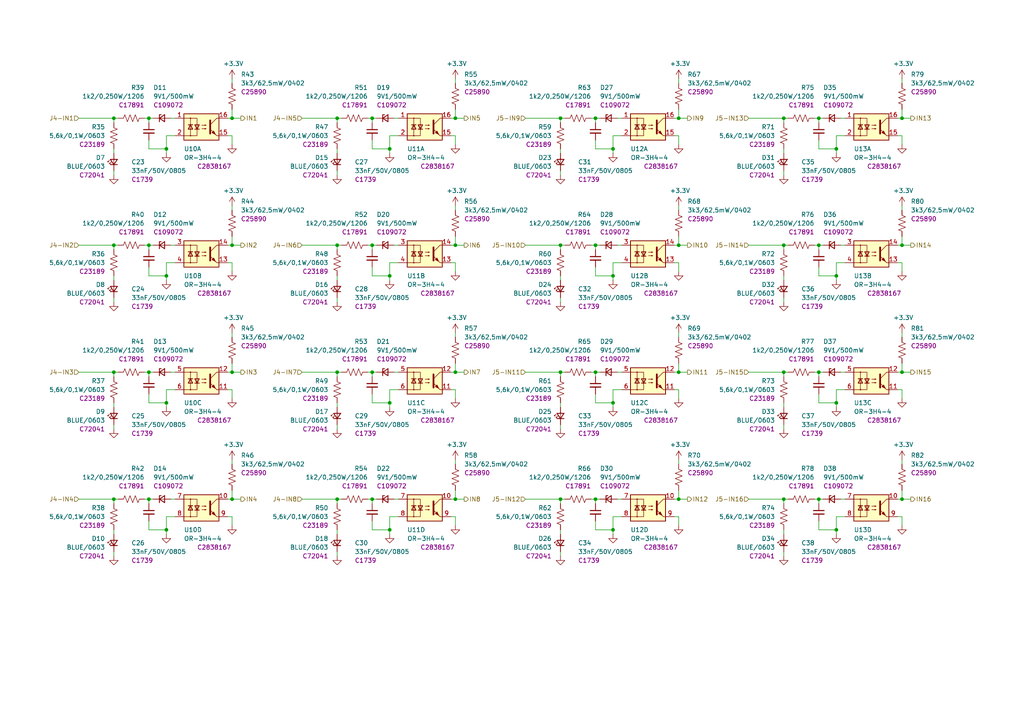
<source format=kicad_sch>
(kicad_sch (version 20230121) (generator eeschema)
  (paper "A4")
  (title_block (title "ESP 16x 24VDC Input 16x External Relay Output Module") (date "2022-10-20") (rev "V1"))
  (junction (at 113.03 43.18))
  (junction (at 177.8 153.67))
  (junction (at 227.33 144.78))
  (junction (at 237.49 34.29))
  (junction (at 132.08 34.29))
  (junction (at 196.85 144.78))
  (junction (at 97.79 107.95))
  (junction (at 48.26 43.18))
  (junction (at 172.72 71.12))
  (junction (at 97.79 71.12))
  (junction (at 113.03 153.67))
  (junction (at 237.49 71.12))
  (junction (at 107.95 144.78))
  (junction (at 162.56 71.12))
  (junction (at 43.18 71.12))
  (junction (at 33.02 144.78))
  (junction (at 107.95 34.29))
  (junction (at 227.33 107.95))
  (junction (at 48.26 153.67))
  (junction (at 237.49 107.95))
  (junction (at 162.56 107.95))
  (junction (at 97.79 34.29))
  (junction (at 162.56 144.78))
  (junction (at 172.72 107.95))
  (junction (at 132.08 107.95))
  (junction (at 242.57 80.01))
  (junction (at 261.62 144.78))
  (junction (at 67.31 71.12))
  (junction (at 48.26 116.84))
  (junction (at 227.33 34.29))
  (junction (at 33.02 34.29))
  (junction (at 261.62 34.29))
  (junction (at 97.79 144.78))
  (junction (at 67.31 144.78))
  (junction (at 107.95 71.12))
  (junction (at 132.08 71.12))
  (junction (at 237.49 144.78))
  (junction (at 196.85 34.29))
  (junction (at 172.72 34.29))
  (junction (at 196.85 71.12))
  (junction (at 113.03 116.84))
  (junction (at 67.31 107.95))
  (junction (at 48.26 80.01))
  (junction (at 242.57 153.67))
  (junction (at 242.57 116.84))
  (junction (at 43.18 34.29))
  (junction (at 227.33 71.12))
  (junction (at 132.08 144.78))
  (junction (at 172.72 144.78))
  (junction (at 242.57 43.18))
  (junction (at 177.8 80.01))
  (junction (at 177.8 43.18))
  (junction (at 162.56 34.29))
  (junction (at 33.02 107.95))
  (junction (at 196.85 107.95))
  (junction (at 107.95 107.95))
  (junction (at 33.02 71.12))
  (junction (at 261.62 107.95))
  (junction (at 67.31 34.29))
  (junction (at 43.18 107.95))
  (junction (at 43.18 144.78))
  (junction (at 177.8 116.84))
  (junction (at 261.62 71.12))
  (junction (at 113.03 80.01))
  (wire (pts (xy 245.11 76.2) (xy 242.57 76.2)))
  (wire (pts (xy 107.95 151.13) (xy 107.95 153.67)))
  (wire (pts (xy 22.86 144.78) (xy 33.02 144.78)))
  (wire (pts (xy 130.81 34.29) (xy 132.08 34.29)))
  (wire (pts (xy 22.86 107.95) (xy 33.02 107.95)))
  (wire (pts (xy 196.85 22.86) (xy 196.85 24.13)))
  (wire (pts (xy 43.18 77.47) (xy 43.18 80.01)))
  (wire (pts (xy 227.33 160.02) (xy 227.33 161.29)))
  (wire (pts (xy 33.02 86.36) (xy 33.02 87.63)))
  (wire (pts (xy 67.31 39.37) (xy 67.31 41.91)))
  (wire (pts (xy 97.79 116.84) (xy 97.79 118.11)))
  (wire (pts (xy 177.8 153.67) (xy 177.8 154.94)))
  (wire (pts (xy 242.57 39.37) (xy 242.57 43.18)))
  (wire (pts (xy 172.72 107.95) (xy 173.99 107.95)))
  (wire (pts (xy 33.02 34.29) (xy 33.02 35.56)))
  (wire (pts (xy 196.85 59.69) (xy 196.85 60.96)))
  (wire (pts (xy 50.8 149.86) (xy 48.26 149.86)))
  (wire (pts (xy 227.33 34.29) (xy 227.33 35.56)))
  (wire (pts (xy 196.85 149.86) (xy 196.85 152.4)))
  (wire (pts (xy 217.17 34.29) (xy 227.33 34.29)))
  (wire (pts (xy 132.08 76.2) (xy 132.08 78.74)))
  (wire (pts (xy 162.56 80.01) (xy 162.56 81.28)))
  (wire (pts (xy 242.57 76.2) (xy 242.57 80.01)))
  (wire (pts (xy 114.3 71.12) (xy 115.57 71.12)))
  (wire (pts (xy 48.26 113.03) (xy 48.26 116.84)))
  (wire (pts (xy 242.57 116.84) (xy 242.57 118.11)))
  (wire (pts (xy 243.84 144.78) (xy 245.11 144.78)))
  (wire (pts (xy 162.56 153.67) (xy 162.56 154.94)))
  (wire (pts (xy 162.56 71.12) (xy 162.56 72.39)))
  (wire (pts (xy 237.49 80.01) (xy 242.57 80.01)))
  (wire (pts (xy 22.86 34.29) (xy 33.02 34.29)))
  (wire (pts (xy 242.57 43.18) (xy 242.57 44.45)))
  (wire (pts (xy 130.81 144.78) (xy 132.08 144.78)))
  (wire (pts (xy 195.58 34.29) (xy 196.85 34.29)))
  (wire (pts (xy 260.35 107.95) (xy 261.62 107.95)))
  (wire (pts (xy 97.79 144.78) (xy 99.06 144.78)))
  (wire (pts (xy 179.07 71.12) (xy 180.34 71.12)))
  (wire (pts (xy 43.18 151.13) (xy 43.18 153.67)))
  (wire (pts (xy 152.4 71.12) (xy 162.56 71.12)))
  (wire (pts (xy 243.84 34.29) (xy 245.11 34.29)))
  (wire (pts (xy 107.95 146.05) (xy 107.95 144.78)))
  (wire (pts (xy 180.34 149.86) (xy 177.8 149.86)))
  (wire (pts (xy 217.17 71.12) (xy 227.33 71.12)))
  (wire (pts (xy 227.33 123.19) (xy 227.33 124.46)))
  (wire (pts (xy 87.63 144.78) (xy 97.79 144.78)))
  (wire (pts (xy 172.72 146.05) (xy 172.72 144.78)))
  (wire (pts (xy 43.18 107.95) (xy 44.45 107.95)))
  (wire (pts (xy 195.58 39.37) (xy 196.85 39.37)))
  (wire (pts (xy 196.85 142.24) (xy 196.85 144.78)))
  (wire (pts (xy 227.33 49.53) (xy 227.33 50.8)))
  (wire (pts (xy 33.02 144.78) (xy 33.02 146.05)))
  (wire (pts (xy 237.49 114.3) (xy 237.49 116.84)))
  (wire (pts (xy 107.95 71.12) (xy 109.22 71.12)))
  (wire (pts (xy 195.58 107.95) (xy 196.85 107.95)))
  (wire (pts (xy 97.79 86.36) (xy 97.79 87.63)))
  (wire (pts (xy 245.11 113.03) (xy 242.57 113.03)))
  (wire (pts (xy 261.62 59.69) (xy 261.62 60.96)))
  (wire (pts (xy 237.49 109.22) (xy 237.49 107.95)))
  (wire (pts (xy 261.62 149.86) (xy 261.62 152.4)))
  (wire (pts (xy 237.49 72.39) (xy 237.49 71.12)))
  (wire (pts (xy 87.63 34.29) (xy 97.79 34.29)))
  (wire (pts (xy 227.33 144.78) (xy 228.6 144.78)))
  (wire (pts (xy 162.56 144.78) (xy 162.56 146.05)))
  (wire (pts (xy 130.81 107.95) (xy 132.08 107.95)))
  (wire (pts (xy 106.68 71.12) (xy 107.95 71.12)))
  (wire (pts (xy 41.91 34.29) (xy 43.18 34.29)))
  (wire (pts (xy 152.4 34.29) (xy 162.56 34.29)))
  (wire (pts (xy 237.49 107.95) (xy 238.76 107.95)))
  (wire (pts (xy 195.58 149.86) (xy 196.85 149.86)))
  (wire (pts (xy 106.68 107.95) (xy 107.95 107.95)))
  (wire (pts (xy 162.56 34.29) (xy 162.56 35.56)))
  (wire (pts (xy 260.35 76.2) (xy 261.62 76.2)))
  (wire (pts (xy 43.18 72.39) (xy 43.18 71.12)))
  (wire (pts (xy 132.08 22.86) (xy 132.08 24.13)))
  (wire (pts (xy 43.18 146.05) (xy 43.18 144.78)))
  (wire (pts (xy 43.18 114.3) (xy 43.18 116.84)))
  (wire (pts (xy 261.62 107.95) (xy 264.16 107.95)))
  (wire (pts (xy 171.45 34.29) (xy 172.72 34.29)))
  (wire (pts (xy 66.04 113.03) (xy 67.31 113.03)))
  (wire (pts (xy 48.26 116.84) (xy 48.26 118.11)))
  (wire (pts (xy 172.72 71.12) (xy 173.99 71.12)))
  (wire (pts (xy 132.08 142.24) (xy 132.08 144.78)))
  (wire (pts (xy 107.95 109.22) (xy 107.95 107.95)))
  (wire (pts (xy 180.34 39.37) (xy 177.8 39.37)))
  (wire (pts (xy 162.56 123.19) (xy 162.56 124.46)))
  (wire (pts (xy 172.72 109.22) (xy 172.72 107.95)))
  (wire (pts (xy 177.8 113.03) (xy 177.8 116.84)))
  (wire (pts (xy 196.85 133.35) (xy 196.85 134.62)))
  (wire (pts (xy 97.79 34.29) (xy 99.06 34.29)))
  (wire (pts (xy 33.02 107.95) (xy 34.29 107.95)))
  (wire (pts (xy 33.02 107.95) (xy 33.02 109.22)))
  (wire (pts (xy 132.08 39.37) (xy 132.08 41.91)))
  (wire (pts (xy 172.72 35.56) (xy 172.72 34.29)))
  (wire (pts (xy 196.85 71.12) (xy 199.39 71.12)))
  (wire (pts (xy 67.31 76.2) (xy 67.31 78.74)))
  (wire (pts (xy 243.84 107.95) (xy 245.11 107.95)))
  (wire (pts (xy 41.91 71.12) (xy 43.18 71.12)))
  (wire (pts (xy 132.08 59.69) (xy 132.08 60.96)))
  (wire (pts (xy 179.07 107.95) (xy 180.34 107.95)))
  (wire (pts (xy 67.31 71.12) (xy 69.85 71.12)))
  (wire (pts (xy 67.31 31.75) (xy 67.31 34.29)))
  (wire (pts (xy 227.33 86.36) (xy 227.33 87.63)))
  (wire (pts (xy 67.31 96.52) (xy 67.31 97.79)))
  (wire (pts (xy 237.49 116.84) (xy 242.57 116.84)))
  (wire (pts (xy 217.17 107.95) (xy 227.33 107.95)))
  (wire (pts (xy 43.18 34.29) (xy 44.45 34.29)))
  (wire (pts (xy 115.57 39.37) (xy 113.03 39.37)))
  (wire (pts (xy 113.03 113.03) (xy 113.03 116.84)))
  (wire (pts (xy 107.95 153.67) (xy 113.03 153.67)))
  (wire (pts (xy 162.56 34.29) (xy 163.83 34.29)))
  (wire (pts (xy 48.26 153.67) (xy 48.26 154.94)))
  (wire (pts (xy 33.02 116.84) (xy 33.02 118.11)))
  (wire (pts (xy 162.56 86.36) (xy 162.56 87.63)))
  (wire (pts (xy 107.95 144.78) (xy 109.22 144.78)))
  (wire (pts (xy 33.02 123.19) (xy 33.02 124.46)))
  (wire (pts (xy 172.72 77.47) (xy 172.72 80.01)))
  (wire (pts (xy 171.45 107.95) (xy 172.72 107.95)))
  (wire (pts (xy 132.08 133.35) (xy 132.08 134.62)))
  (wire (pts (xy 48.26 76.2) (xy 48.26 80.01)))
  (wire (pts (xy 227.33 34.29) (xy 228.6 34.29)))
  (wire (pts (xy 113.03 39.37) (xy 113.03 43.18)))
  (wire (pts (xy 113.03 80.01) (xy 113.03 81.28)))
  (wire (pts (xy 43.18 35.56) (xy 43.18 34.29)))
  (wire (pts (xy 114.3 107.95) (xy 115.57 107.95)))
  (wire (pts (xy 180.34 113.03) (xy 177.8 113.03)))
  (wire (pts (xy 33.02 43.18) (xy 33.02 44.45)))
  (wire (pts (xy 49.53 107.95) (xy 50.8 107.95)))
  (wire (pts (xy 171.45 71.12) (xy 172.72 71.12)))
  (wire (pts (xy 236.22 144.78) (xy 237.49 144.78)))
  (wire (pts (xy 41.91 144.78) (xy 43.18 144.78)))
  (wire (pts (xy 177.8 116.84) (xy 177.8 118.11)))
  (wire (pts (xy 33.02 49.53) (xy 33.02 50.8)))
  (wire (pts (xy 43.18 40.64) (xy 43.18 43.18)))
  (wire (pts (xy 33.02 80.01) (xy 33.02 81.28)))
  (wire (pts (xy 43.18 71.12) (xy 44.45 71.12)))
  (wire (pts (xy 43.18 43.18) (xy 48.26 43.18)))
  (wire (pts (xy 43.18 144.78) (xy 44.45 144.78)))
  (wire (pts (xy 237.49 40.64) (xy 237.49 43.18)))
  (wire (pts (xy 196.85 113.03) (xy 196.85 115.57)))
  (wire (pts (xy 177.8 39.37) (xy 177.8 43.18)))
  (wire (pts (xy 106.68 144.78) (xy 107.95 144.78)))
  (wire (pts (xy 132.08 31.75) (xy 132.08 34.29)))
  (wire (pts (xy 97.79 123.19) (xy 97.79 124.46)))
  (wire (pts (xy 236.22 71.12) (xy 237.49 71.12)))
  (wire (pts (xy 162.56 43.18) (xy 162.56 44.45)))
  (wire (pts (xy 114.3 144.78) (xy 115.57 144.78)))
  (wire (pts (xy 227.33 144.78) (xy 227.33 146.05)))
  (wire (pts (xy 237.49 153.67) (xy 242.57 153.67)))
  (wire (pts (xy 132.08 144.78) (xy 134.62 144.78)))
  (wire (pts (xy 66.04 144.78) (xy 67.31 144.78)))
  (wire (pts (xy 242.57 113.03) (xy 242.57 116.84)))
  (wire (pts (xy 237.49 43.18) (xy 242.57 43.18)))
  (wire (pts (xy 171.45 144.78) (xy 172.72 144.78)))
  (wire (pts (xy 227.33 80.01) (xy 227.33 81.28)))
  (wire (pts (xy 107.95 80.01) (xy 113.03 80.01)))
  (wire (pts (xy 130.81 113.03) (xy 132.08 113.03)))
  (wire (pts (xy 48.26 80.01) (xy 48.26 81.28)))
  (wire (pts (xy 227.33 43.18) (xy 227.33 44.45)))
  (wire (pts (xy 196.85 34.29) (xy 199.39 34.29)))
  (wire (pts (xy 97.79 80.01) (xy 97.79 81.28)))
  (wire (pts (xy 115.57 113.03) (xy 113.03 113.03)))
  (wire (pts (xy 227.33 71.12) (xy 228.6 71.12)))
  (wire (pts (xy 50.8 39.37) (xy 48.26 39.37)))
  (wire (pts (xy 261.62 68.58) (xy 261.62 71.12)))
  (wire (pts (xy 33.02 160.02) (xy 33.02 161.29)))
  (wire (pts (xy 162.56 116.84) (xy 162.56 118.11)))
  (wire (pts (xy 217.17 144.78) (xy 227.33 144.78)))
  (wire (pts (xy 162.56 49.53) (xy 162.56 50.8)))
  (wire (pts (xy 261.62 31.75) (xy 261.62 34.29)))
  (wire (pts (xy 172.72 153.67) (xy 177.8 153.67)))
  (wire (pts (xy 132.08 71.12) (xy 134.62 71.12)))
  (wire (pts (xy 237.49 146.05) (xy 237.49 144.78)))
  (wire (pts (xy 236.22 34.29) (xy 237.49 34.29)))
  (wire (pts (xy 113.03 76.2) (xy 113.03 80.01)))
  (wire (pts (xy 66.04 76.2) (xy 67.31 76.2)))
  (wire (pts (xy 113.03 116.84) (xy 113.03 118.11)))
  (wire (pts (xy 179.07 34.29) (xy 180.34 34.29)))
  (wire (pts (xy 97.79 34.29) (xy 97.79 35.56)))
  (wire (pts (xy 33.02 144.78) (xy 34.29 144.78)))
  (wire (pts (xy 43.18 153.67) (xy 48.26 153.67)))
  (wire (pts (xy 50.8 113.03) (xy 48.26 113.03)))
  (wire (pts (xy 237.49 35.56) (xy 237.49 34.29)))
  (wire (pts (xy 67.31 34.29) (xy 69.85 34.29)))
  (wire (pts (xy 236.22 107.95) (xy 237.49 107.95)))
  (wire (pts (xy 67.31 133.35) (xy 67.31 134.62)))
  (wire (pts (xy 177.8 80.01) (xy 177.8 81.28)))
  (wire (pts (xy 107.95 35.56) (xy 107.95 34.29)))
  (wire (pts (xy 172.72 114.3) (xy 172.72 116.84)))
  (wire (pts (xy 227.33 116.84) (xy 227.33 118.11)))
  (wire (pts (xy 172.72 80.01) (xy 177.8 80.01)))
  (wire (pts (xy 67.31 68.58) (xy 67.31 71.12)))
  (wire (pts (xy 87.63 71.12) (xy 97.79 71.12)))
  (wire (pts (xy 67.31 59.69) (xy 67.31 60.96)))
  (wire (pts (xy 261.62 96.52) (xy 261.62 97.79)))
  (wire (pts (xy 97.79 160.02) (xy 97.79 161.29)))
  (wire (pts (xy 66.04 107.95) (xy 67.31 107.95)))
  (wire (pts (xy 237.49 151.13) (xy 237.49 153.67)))
  (wire (pts (xy 97.79 71.12) (xy 97.79 72.39)))
  (wire (pts (xy 67.31 113.03) (xy 67.31 115.57)))
  (wire (pts (xy 107.95 40.64) (xy 107.95 43.18)))
  (wire (pts (xy 107.95 34.29) (xy 109.22 34.29)))
  (wire (pts (xy 152.4 144.78) (xy 162.56 144.78)))
  (wire (pts (xy 242.57 80.01) (xy 242.57 81.28)))
  (wire (pts (xy 227.33 107.95) (xy 227.33 109.22)))
  (wire (pts (xy 50.8 76.2) (xy 48.26 76.2)))
  (wire (pts (xy 261.62 22.86) (xy 261.62 24.13)))
  (wire (pts (xy 33.02 153.67) (xy 33.02 154.94)))
  (wire (pts (xy 33.02 71.12) (xy 33.02 72.39)))
  (wire (pts (xy 227.33 71.12) (xy 227.33 72.39)))
  (wire (pts (xy 107.95 116.84) (xy 113.03 116.84)))
  (wire (pts (xy 196.85 68.58) (xy 196.85 71.12)))
  (wire (pts (xy 261.62 105.41) (xy 261.62 107.95)))
  (wire (pts (xy 260.35 39.37) (xy 261.62 39.37)))
  (wire (pts (xy 162.56 144.78) (xy 163.83 144.78)))
  (wire (pts (xy 41.91 107.95) (xy 43.18 107.95)))
  (wire (pts (xy 242.57 153.67) (xy 242.57 154.94)))
  (wire (pts (xy 22.86 71.12) (xy 33.02 71.12)))
  (wire (pts (xy 97.79 43.18) (xy 97.79 44.45)))
  (wire (pts (xy 132.08 113.03) (xy 132.08 115.57)))
  (wire (pts (xy 177.8 149.86) (xy 177.8 153.67)))
  (wire (pts (xy 130.81 71.12) (xy 132.08 71.12)))
  (wire (pts (xy 107.95 114.3) (xy 107.95 116.84)))
  (wire (pts (xy 261.62 144.78) (xy 264.16 144.78)))
  (wire (pts (xy 66.04 39.37) (xy 67.31 39.37)))
  (wire (pts (xy 130.81 149.86) (xy 132.08 149.86)))
  (wire (pts (xy 261.62 142.24) (xy 261.62 144.78)))
  (wire (pts (xy 196.85 39.37) (xy 196.85 41.91)))
  (wire (pts (xy 49.53 34.29) (xy 50.8 34.29)))
  (wire (pts (xy 107.95 107.95) (xy 109.22 107.95)))
  (wire (pts (xy 97.79 107.95) (xy 97.79 109.22)))
  (wire (pts (xy 132.08 96.52) (xy 132.08 97.79)))
  (wire (pts (xy 195.58 144.78) (xy 196.85 144.78)))
  (wire (pts (xy 130.81 76.2) (xy 132.08 76.2)))
  (wire (pts (xy 260.35 113.03) (xy 261.62 113.03)))
  (wire (pts (xy 162.56 107.95) (xy 163.83 107.95)))
  (wire (pts (xy 113.03 43.18) (xy 113.03 44.45)))
  (wire (pts (xy 261.62 113.03) (xy 261.62 115.57)))
  (wire (pts (xy 67.31 105.41) (xy 67.31 107.95)))
  (wire (pts (xy 67.31 144.78) (xy 69.85 144.78)))
  (wire (pts (xy 132.08 34.29) (xy 134.62 34.29)))
  (wire (pts (xy 172.72 151.13) (xy 172.72 153.67)))
  (wire (pts (xy 172.72 144.78) (xy 173.99 144.78)))
  (wire (pts (xy 260.35 149.86) (xy 261.62 149.86)))
  (wire (pts (xy 196.85 107.95) (xy 199.39 107.95)))
  (wire (pts (xy 162.56 160.02) (xy 162.56 161.29)))
  (wire (pts (xy 97.79 71.12) (xy 99.06 71.12)))
  (wire (pts (xy 227.33 107.95) (xy 228.6 107.95)))
  (wire (pts (xy 48.26 39.37) (xy 48.26 43.18)))
  (wire (pts (xy 261.62 71.12) (xy 264.16 71.12)))
  (wire (pts (xy 66.04 71.12) (xy 67.31 71.12)))
  (wire (pts (xy 243.84 71.12) (xy 245.11 71.12)))
  (wire (pts (xy 162.56 107.95) (xy 162.56 109.22)))
  (wire (pts (xy 67.31 107.95) (xy 69.85 107.95)))
  (wire (pts (xy 195.58 113.03) (xy 196.85 113.03)))
  (wire (pts (xy 67.31 142.24) (xy 67.31 144.78)))
  (wire (pts (xy 130.81 39.37) (xy 132.08 39.37)))
  (wire (pts (xy 162.56 71.12) (xy 163.83 71.12)))
  (wire (pts (xy 107.95 72.39) (xy 107.95 71.12)))
  (wire (pts (xy 260.35 34.29) (xy 261.62 34.29)))
  (wire (pts (xy 261.62 39.37) (xy 261.62 41.91)))
  (wire (pts (xy 115.57 149.86) (xy 113.03 149.86)))
  (wire (pts (xy 261.62 34.29) (xy 264.16 34.29)))
  (wire (pts (xy 97.79 153.67) (xy 97.79 154.94)))
  (wire (pts (xy 113.03 153.67) (xy 113.03 154.94)))
  (wire (pts (xy 180.34 76.2) (xy 177.8 76.2)))
  (wire (pts (xy 33.02 34.29) (xy 34.29 34.29)))
  (wire (pts (xy 132.08 68.58) (xy 132.08 71.12)))
  (wire (pts (xy 107.95 77.47) (xy 107.95 80.01)))
  (wire (pts (xy 97.79 49.53) (xy 97.79 50.8)))
  (wire (pts (xy 49.53 71.12) (xy 50.8 71.12)))
  (wire (pts (xy 261.62 133.35) (xy 261.62 134.62)))
  (wire (pts (xy 106.68 34.29) (xy 107.95 34.29)))
  (wire (pts (xy 43.18 116.84) (xy 48.26 116.84)))
  (wire (pts (xy 33.02 71.12) (xy 34.29 71.12)))
  (wire (pts (xy 196.85 96.52) (xy 196.85 97.79)))
  (wire (pts (xy 172.72 40.64) (xy 172.72 43.18)))
  (wire (pts (xy 237.49 34.29) (xy 238.76 34.29)))
  (wire (pts (xy 177.8 76.2) (xy 177.8 80.01)))
  (wire (pts (xy 237.49 144.78) (xy 238.76 144.78)))
  (wire (pts (xy 66.04 149.86) (xy 67.31 149.86)))
  (wire (pts (xy 242.57 149.86) (xy 242.57 153.67)))
  (wire (pts (xy 152.4 107.95) (xy 162.56 107.95)))
  (wire (pts (xy 172.72 72.39) (xy 172.72 71.12)))
  (wire (pts (xy 195.58 76.2) (xy 196.85 76.2)))
  (wire (pts (xy 48.26 43.18) (xy 48.26 44.45)))
  (wire (pts (xy 237.49 71.12) (xy 238.76 71.12)))
  (wire (pts (xy 195.58 71.12) (xy 196.85 71.12)))
  (wire (pts (xy 172.72 116.84) (xy 177.8 116.84)))
  (wire (pts (xy 115.57 76.2) (xy 113.03 76.2)))
  (wire (pts (xy 107.95 43.18) (xy 113.03 43.18)))
  (wire (pts (xy 97.79 107.95) (xy 99.06 107.95)))
  (wire (pts (xy 261.62 76.2) (xy 261.62 78.74)))
  (wire (pts (xy 113.03 149.86) (xy 113.03 153.67)))
  (wire (pts (xy 196.85 31.75) (xy 196.85 34.29)))
  (wire (pts (xy 67.31 149.86) (xy 67.31 152.4)))
  (wire (pts (xy 97.79 144.78) (xy 97.79 146.05)))
  (wire (pts (xy 245.11 39.37) (xy 242.57 39.37)))
  (wire (pts (xy 196.85 105.41) (xy 196.85 107.95)))
  (wire (pts (xy 177.8 43.18) (xy 177.8 44.45)))
  (wire (pts (xy 196.85 76.2) (xy 196.85 78.74)))
  (wire (pts (xy 132.08 149.86) (xy 132.08 152.4)))
  (wire (pts (xy 43.18 80.01) (xy 48.26 80.01)))
  (wire (pts (xy 49.53 144.78) (xy 50.8 144.78)))
  (wire (pts (xy 132.08 105.41) (xy 132.08 107.95)))
  (wire (pts (xy 172.72 43.18) (xy 177.8 43.18)))
  (wire (pts (xy 237.49 77.47) (xy 237.49 80.01)))
  (wire (pts (xy 196.85 144.78) (xy 199.39 144.78)))
  (wire (pts (xy 227.33 153.67) (xy 227.33 154.94)))
  (wire (pts (xy 179.07 144.78) (xy 180.34 144.78)))
  (wire (pts (xy 245.11 149.86) (xy 242.57 149.86)))
  (wire (pts (xy 67.31 22.86) (xy 67.31 24.13)))
  (wire (pts (xy 43.18 109.22) (xy 43.18 107.95)))
  (wire (pts (xy 132.08 107.95) (xy 134.62 107.95)))
  (wire (pts (xy 260.35 144.78) (xy 261.62 144.78)))
  (wire (pts (xy 87.63 107.95) (xy 97.79 107.95)))
  (wire (pts (xy 114.3 34.29) (xy 115.57 34.29)))
  (wire (pts (xy 172.72 34.29) (xy 173.99 34.29)))
  (wire (pts (xy 66.04 34.29) (xy 67.31 34.29)))
  (wire (pts (xy 260.35 71.12) (xy 261.62 71.12)))
  (wire (pts (xy 48.26 149.86) (xy 48.26 153.67)))
  (hierarchical_label "IN10" (shape output) (at 199.39 71.12 0))
  (hierarchical_label "IN6" (shape output) (at 134.62 71.12 0))
  (hierarchical_label "IN9" (shape output) (at 199.39 34.29 0))
  (hierarchical_label "IN11" (shape output) (at 199.39 107.95 0))
  (hierarchical_label "J4-IN8" (shape input) (at 87.63 144.78 180))
  (hierarchical_label "IN3" (shape output) (at 69.85 107.95 0))
  (hierarchical_label "J4-IN2" (shape input) (at 22.86 71.12 180))
  (hierarchical_label "IN4" (shape output) (at 69.85 144.78 0))
  (hierarchical_label "IN1" (shape output) (at 69.85 34.29 0))
  (hierarchical_label "IN16" (shape output) (at 264.16 144.78 0))
  (hierarchical_label "IN15" (shape output) (at 264.16 107.95 0))
  (hierarchical_label "J4-IN6" (shape input) (at 87.63 71.12 180))
  (hierarchical_label "J4-IN4" (shape input) (at 22.86 144.78 180))
  (hierarchical_label "J5-IN13" (shape input) (at 217.17 34.29 180))
  (hierarchical_label "IN14" (shape output) (at 264.16 71.12 0))
  (hierarchical_label "J5-IN15" (shape input) (at 217.17 107.95 180))
  (hierarchical_label "J4-IN5" (shape input) (at 87.63 34.29 180))
  (hierarchical_label "IN13" (shape output) (at 264.16 34.29 0))
  (hierarchical_label "IN7" (shape output) (at 134.62 107.95 0))
  (hierarchical_label "IN2" (shape output) (at 69.85 71.12 0))
  (hierarchical_label "J5-IN16" (shape input) (at 217.17 144.78 180))
  (hierarchical_label "J5-IN9" (shape input) (at 152.4 34.29 180))
  (hierarchical_label "J5-IN10" (shape input) (at 152.4 71.12 180))
  (hierarchical_label "IN12" (shape output) (at 199.39 144.78 0))
  (hierarchical_label "IN8" (shape output) (at 134.62 144.78 0))
  (hierarchical_label "J5-IN11" (shape input) (at 152.4 107.95 180))
  (hierarchical_label "J4-IN3" (shape input) (at 22.86 107.95 180))
  (hierarchical_label "J4-IN7" (shape input) (at 87.63 107.95 180))
  (hierarchical_label "J4-IN1" (shape input) (at 22.86 34.29 180))
  (hierarchical_label "J5-IN14" (shape input) (at 217.17 71.12 180))
  (hierarchical_label "J5-IN12" (shape input) (at 152.4 144.78 180))
  (hierarchical_label "IN5" (shape output) (at 134.62 34.29 0))
  (symbol (lib_id "Tales:OR-3H4-4") (at 252.73 73.66 0) (unit 2)
    (property "Reference" "U13" (at 247.65 80.01 0) (effects (justify left)))
    (property "Value" "OR-3H4-4" (at 247.65 82.55 0) (effects (justify left)))
    (property "Footprint" "Package_SO:SOP-16_4.4x10.4mm_P1.27mm" (effects hide))
    (property "JLCPCB BOM" "1" (effects hide))
    (property "LCSC Part #" "C2838167" (at 251.46 85.09 0) (effects (justify left)))
    (property "Mfr PN" "OR-3H4-4GB-TA1-GK" (effects hide))
    (property "Vendor PN" "C2838167" (effects hide))
    (property "Case" "SOP-16-4.4" (effects hide))
    (property "Mfr" "Orient" (effects hide))
    (property "Vendor" "JLCPCB" (effects hide))
    (instances (project "ESP-relay-32ch-V1" (path "" (reference "U13") (unit 2)) (path "" (reference "U39") (unit 1))))
  )
  (symbol (lib_id "power:GND") (at 261.62 41.91 0) (unit 1)
    (property "Reference" "#PWR0140" (effects hide))
    (property "Value" "GNDREF" (effects hide))
    (instances (project "ESP-relay-32ch-V1" (path "" (reference "#PWR0140") (unit 1)) (path "" (reference "#PWR0253") (unit 1))))
  )
  (symbol (lib_id "Device:R_US") (at 227.33 76.2 0) (unit 1)
    (property "Reference" "R72" (at 224.79 73.66 0) (effects (justify right)))
    (property "Value" "5,6k/0,1W/0603" (at 224.79 76.2 0) (effects (justify right)))
    (property "Footprint" "Tales:R_0603_1608Metric" (effects hide))
    (property "Case" "0603/1608" (effects hide))
    (property "Mfr" "Uniroyal" (effects hide))
    (property "Mfr PN" "0603WAF5601T5E" (effects hide))
    (property "Vendor" "JLCPCB" (effects hide))
    (property "Vendor PN" "C23189" (effects hide))
    (property "LCSC Part #" "C23189" (at 224.79 78.74 0) (effects (justify right)))
    (property "JLCPCB BOM" "1" (effects hide))
    (instances (project "ESP-relay-32ch-V1" (path "" (reference "R72") (unit 1)) (path "" (reference "R168") (unit 1))))
  )
  (symbol (lib_id "power:GND") (at 48.26 44.45 0) (unit 1)
    (property "Reference" "#PWR087" (effects hide))
    (property "Value" "GNDREF" (effects hide))
    (instances (project "ESP-relay-32ch-V1" (path "" (reference "#PWR087") (unit 1)) (path "" (reference "#PWR0200") (unit 1))))
  )
  (symbol (lib_id "Device:C_Small") (at 107.95 148.59 0) (unit 1)
    (property "Reference" "C30" (at 102.87 157.48 0) (effects (justify left)))
    (property "Value" "33nF/50V/0805" (at 102.87 160.02 0) (effects (justify left)))
    (property "Footprint" "Tales:C_0805_2012Metric" (effects hide))
    (property "Technology" "Ceramic" (effects hide))
    (property "Case" "0805/2012" (effects hide))
    (property "Mfr" "FH" (effects hide))
    (property "Mfr PN" "0805B333K500NT" (effects hide))
    (property "Vendor" "JLCPCB" (effects hide))
    (property "Vendor PN" "C1739" (effects hide))
    (property "LCSC Part #" "C1739" (at 102.87 162.56 0) (effects (justify left)))
    (property "JLCPCB BOM" "1" (effects hide))
    (instances (project "ESP-relay-32ch-V1" (path "" (reference "C30") (unit 1)) (path "" (reference "C46") (unit 1))))
  )
  (symbol (lib_id "Device:R_US") (at 167.64 34.29 270) (unit 1)
    (property "Reference" "R63" (at 171.45 25.4 90) (effects (justify right)))
    (property "Value" "1k2/0,250W/1206" (at 171.45 27.94 90) (effects (justify right)))
    (property "Footprint" "Tales:R_1206_3216Metric" (effects hide))
    (property "Case" "1206/3216" (effects hide))
    (property "Mfr" "Uniroyal" (effects hide))
    (property "Vendor" "JLCPCB" (effects hide))
    (property "Mfr PN" "1206W4F1201T5E" (effects hide))
    (property "Vendor PN" "C17891" (effects hide))
    (property "LCSC Part #" "C17891" (at 171.45 30.48 90) (effects (justify right)))
    (property "JLCPCB BOM" "1" (effects hide))
    (instances (project "ESP-relay-32ch-V1" (path "" (reference "R63") (unit 1)) (path "" (reference "R159") (unit 1))))
  )
  (symbol (lib_id "Device:LED_Small") (at 33.02 46.99 90) (unit 1)
    (property "Reference" "D7" (at 30.48 45.72 90) (effects (justify left)))
    (property "Value" "BLUE/0603" (at 30.48 48.26 90) (effects (justify left)))
    (property "Footprint" "Tales:LED_0603_1608Metric" (effects hide))
    (property "Case" "0603" (effects hide))
    (property "Mfr" "Everlight" (effects hide))
    (property "Mfr PN" "19-217/BHC-ZL1M2RY/3T" (effects hide))
    (property "Vendor" "JLCPCB" (effects hide))
    (property "Vendor PN" "C72041" (effects hide))
    (property "LCSC Part #" "C72041" (at 30.48 50.8 90) (effects (justify left)))
    (property "JLCPCB BOM" "1" (effects hide))
    (instances (project "ESP-relay-32ch-V1" (path "" (reference "D7") (unit 1)) (path "" (reference "D55") (unit 1))))
  )
  (symbol (lib_id "Device:C_Small") (at 237.49 38.1 0) (unit 1)
    (property "Reference" "C35" (at 232.41 46.99 0) (effects (justify left)))
    (property "Value" "33nF/50V/0805" (at 232.41 49.53 0) (effects (justify left)))
    (property "Footprint" "Tales:C_0805_2012Metric" (effects hide))
    (property "Technology" "Ceramic" (effects hide))
    (property "Case" "0805/2012" (effects hide))
    (property "Mfr" "FH" (effects hide))
    (property "Mfr PN" "0805B333K500NT" (effects hide))
    (property "Vendor" "JLCPCB" (effects hide))
    (property "Vendor PN" "C1739" (effects hide))
    (property "LCSC Part #" "C1739" (at 232.41 52.07 0) (effects (justify left)))
    (property "JLCPCB BOM" "1" (effects hide))
    (instances (project "ESP-relay-32ch-V1" (path "" (reference "C35") (unit 1)) (path "" (reference "C51") (unit 1))))
  )
  (symbol (lib_id "power:GND") (at 48.26 81.28 0) (unit 1)
    (property "Reference" "#PWR088" (effects hide))
    (property "Value" "GNDREF" (effects hide))
    (instances (project "ESP-relay-32ch-V1" (path "" (reference "#PWR088") (unit 1)) (path "" (reference "#PWR0201") (unit 1))))
  )
  (symbol (lib_id "Device:C_Small") (at 43.18 111.76 0) (unit 1)
    (property "Reference" "C25" (at 38.1 120.65 0) (effects (justify left)))
    (property "Value" "33nF/50V/0805" (at 38.1 123.19 0) (effects (justify left)))
    (property "Footprint" "Tales:C_0805_2012Metric" (effects hide))
    (property "Technology" "Ceramic" (effects hide))
    (property "Case" "0805/2012" (effects hide))
    (property "Mfr" "FH" (effects hide))
    (property "Mfr PN" "0805B333K500NT" (effects hide))
    (property "Vendor" "JLCPCB" (effects hide))
    (property "Vendor PN" "C1739" (effects hide))
    (property "LCSC Part #" "C1739" (at 38.1 125.73 0) (effects (justify left)))
    (property "JLCPCB BOM" "1" (effects hide))
    (instances (project "ESP-relay-32ch-V1" (path "" (reference "C25") (unit 1)) (path "" (reference "C41") (unit 1))))
  )
  (symbol (lib_id "Device:R_US") (at 97.79 113.03 0) (unit 1)
    (property "Reference" "R49" (at 95.25 110.49 0) (effects (justify right)))
    (property "Value" "5,6k/0,1W/0603" (at 95.25 113.03 0) (effects (justify right)))
    (property "Footprint" "Tales:R_0603_1608Metric" (effects hide))
    (property "Case" "0603/1608" (effects hide))
    (property "Mfr" "Uniroyal" (effects hide))
    (property "Mfr PN" "0603WAF5601T5E" (effects hide))
    (property "Vendor" "JLCPCB" (effects hide))
    (property "Vendor PN" "C23189" (effects hide))
    (property "LCSC Part #" "C23189" (at 95.25 115.57 0) (effects (justify right)))
    (property "JLCPCB BOM" "1" (effects hide))
    (instances (project "ESP-relay-32ch-V1" (path "" (reference "R49") (unit 1)) (path "" (reference "R145") (unit 1))))
  )
  (symbol (lib_id "power:GND") (at 132.08 41.91 0) (unit 1)
    (property "Reference" "#PWR0108" (effects hide))
    (property "Value" "GNDREF" (effects hide))
    (instances (project "ESP-relay-32ch-V1" (path "" (reference "#PWR0108") (unit 1)) (path "" (reference "#PWR0221") (unit 1))))
  )
  (symbol (lib_id "Device:LED_Small") (at 162.56 120.65 90) (unit 1)
    (property "Reference" "D25" (at 160.02 119.38 90) (effects (justify left)))
    (property "Value" "BLUE/0603" (at 160.02 121.92 90) (effects (justify left)))
    (property "Footprint" "Tales:LED_0603_1608Metric" (effects hide))
    (property "Case" "0603" (effects hide))
    (property "Mfr" "Everlight" (effects hide))
    (property "Mfr PN" "19-217/BHC-ZL1M2RY/3T" (effects hide))
    (property "Vendor" "JLCPCB" (effects hide))
    (property "Vendor PN" "C72041" (effects hide))
    (property "LCSC Part #" "C72041" (at 160.02 124.46 90) (effects (justify left)))
    (property "JLCPCB BOM" "1" (effects hide))
    (instances (project "ESP-relay-32ch-V1" (path "" (reference "D25") (unit 1)) (path "" (reference "D73") (unit 1))))
  )
  (symbol (lib_id "power:GND") (at 261.62 115.57 0) (unit 1)
    (property "Reference" "#PWR0144" (effects hide))
    (property "Value" "GNDREF" (effects hide))
    (instances (project "ESP-relay-32ch-V1" (path "" (reference "#PWR0144") (unit 1)) (path "" (reference "#PWR0257") (unit 1))))
  )
  (symbol (lib_id "Device:R_US") (at 67.31 27.94 0) (unit 1)
    (property "Reference" "R43" (at 69.85 21.59 0) (effects (justify left)))
    (property "Value" "3k3/62,5mW/0402" (at 69.85 24.13 0) (effects (justify left)))
    (property "Footprint" "Tales:R_0402_1005Metric" (effects hide))
    (property "Case" "0402/1005" (effects hide))
    (property "Mfr" "Uniroyal" (effects hide))
    (property "Vendor" "JLCPCB" (effects hide))
    (property "Mfr PN" "0402WGF3301TCE" (effects hide))
    (property "Vendor PN" "C25890" (effects hide))
    (property "LCSC Part #" "C25890" (at 69.85 26.67 0) (effects (justify left)))
    (property "JLCPCB BOM" "1" (effects hide))
    (instances (project "ESP-relay-32ch-V1" (path "" (reference "R43") (unit 1)) (path "" (reference "R139") (unit 1))))
  )
  (symbol (lib_id "Device:LED_Small") (at 97.79 83.82 90) (unit 1)
    (property "Reference" "D16" (at 95.25 82.55 90) (effects (justify left)))
    (property "Value" "BLUE/0603" (at 95.25 85.09 90) (effects (justify left)))
    (property "Footprint" "Tales:LED_0603_1608Metric" (effects hide))
    (property "Case" "0603" (effects hide))
    (property "Mfr" "Everlight" (effects hide))
    (property "Mfr PN" "19-217/BHC-ZL1M2RY/3T" (effects hide))
    (property "Vendor" "JLCPCB" (effects hide))
    (property "Vendor PN" "C72041" (effects hide))
    (property "LCSC Part #" "C72041" (at 95.25 87.63 90) (effects (justify left)))
    (property "JLCPCB BOM" "1" (effects hide))
    (instances (project "ESP-relay-32ch-V1" (path "" (reference "D16") (unit 1)) (path "" (reference "D64") (unit 1))))
  )
  (symbol (lib_id "Device:C_Small") (at 237.49 148.59 0) (unit 1)
    (property "Reference" "C38" (at 232.41 157.48 0) (effects (justify left)))
    (property "Value" "33nF/50V/0805" (at 232.41 160.02 0) (effects (justify left)))
    (property "Footprint" "Tales:C_0805_2012Metric" (effects hide))
    (property "Technology" "Ceramic" (effects hide))
    (property "Case" "0805/2012" (effects hide))
    (property "Mfr" "FH" (effects hide))
    (property "Mfr PN" "0805B333K500NT" (effects hide))
    (property "Vendor" "JLCPCB" (effects hide))
    (property "Vendor PN" "C1739" (effects hide))
    (property "LCSC Part #" "C1739" (at 232.41 162.56 0) (effects (justify left)))
    (property "JLCPCB BOM" "1" (effects hide))
    (instances (project "ESP-relay-32ch-V1" (path "" (reference "C38") (unit 1)) (path "" (reference "C54") (unit 1))))
  )
  (symbol (lib_id "power:GND") (at 67.31 115.57 0) (unit 1)
    (property "Reference" "#PWR096" (effects hide))
    (property "Value" "GNDREF" (effects hide))
    (instances (project "ESP-relay-32ch-V1" (path "" (reference "#PWR096") (unit 1)) (path "" (reference "#PWR0209") (unit 1))))
  )
  (symbol (lib_id "Device:R_US") (at 232.41 144.78 270) (unit 1)
    (property "Reference" "R78" (at 236.22 135.89 90) (effects (justify right)))
    (property "Value" "1k2/0,250W/1206" (at 236.22 138.43 90) (effects (justify right)))
    (property "Footprint" "Tales:R_1206_3216Metric" (effects hide))
    (property "Case" "1206/3216" (effects hide))
    (property "Mfr" "Uniroyal" (effects hide))
    (property "Vendor" "JLCPCB" (effects hide))
    (property "Mfr PN" "1206W4F1201T5E" (effects hide))
    (property "Vendor PN" "C17891" (effects hide))
    (property "LCSC Part #" "C17891" (at 236.22 140.97 90) (effects (justify right)))
    (property "JLCPCB BOM" "1" (effects hide))
    (instances (project "ESP-relay-32ch-V1" (path "" (reference "R78") (unit 1)) (path "" (reference "R174") (unit 1))))
  )
  (symbol (lib_id "power:GND") (at 177.8 44.45 0) (unit 1)
    (property "Reference" "#PWR0119" (effects hide))
    (property "Value" "GNDREF" (effects hide))
    (instances (project "ESP-relay-32ch-V1" (path "" (reference "#PWR0119") (unit 1)) (path "" (reference "#PWR0232") (unit 1))))
  )
  (symbol (lib_id "power:GND") (at 33.02 87.63 0) (unit 1)
    (property "Reference" "#PWR084" (effects hide))
    (property "Value" "GNDREF" (effects hide))
    (instances (project "ESP-relay-32ch-V1" (path "" (reference "#PWR084") (unit 1)) (path "" (reference "#PWR0157") (unit 1))))
  )
  (symbol (lib_id "power:GND") (at 162.56 161.29 0) (unit 1)
    (property "Reference" "#PWR0118" (effects hide))
    (property "Value" "GNDREF" (effects hide))
    (instances (project "ESP-relay-32ch-V1" (path "" (reference "#PWR0118") (unit 1)) (path "" (reference "#PWR0231") (unit 1))))
  )
  (symbol (lib_id "Device:D_Zener_Small") (at 111.76 107.95 0) (unit 1)
    (property "Reference" "D21" (at 109.22 99.06 0) (effects (justify left)))
    (property "Value" "9V1/500mW" (at 109.22 101.6 0) (effects (justify left)))
    (property "Footprint" "Tales:D_MiniMELF" (effects hide))
    (property "Case" "MiniMELF" (effects hide))
    (property "Mfr" "Semtech" (effects hide))
    (property "Mfr PN" "ZMM5239B" (effects hide))
    (property "Vendor" "JLCPCB" (effects hide))
    (property "Vendor PN" "C109072" (effects hide))
    (property "JLCPCB BOM" "1" (effects hide))
    (property "LCSC Part #" "C109072" (at 109.22 104.14 0) (effects (justify left)))
    (instances (project "ESP-relay-32ch-V1" (path "" (reference "D21") (unit 1)) (path "" (reference "D69") (unit 1))))
  )
  (symbol (lib_id "Device:R_US") (at 102.87 107.95 270) (unit 1)
    (property "Reference" "R53" (at 106.68 99.06 90) (effects (justify right)))
    (property "Value" "1k2/0,250W/1206" (at 106.68 101.6 90) (effects (justify right)))
    (property "Footprint" "Tales:R_1206_3216Metric" (effects hide))
    (property "Case" "1206/3216" (effects hide))
    (property "Mfr" "Uniroyal" (effects hide))
    (property "Vendor" "JLCPCB" (effects hide))
    (property "Mfr PN" "1206W4F1201T5E" (effects hide))
    (property "Vendor PN" "C17891" (effects hide))
    (property "LCSC Part #" "C17891" (at 106.68 104.14 90) (effects (justify right)))
    (property "JLCPCB BOM" "1" (effects hide))
    (instances (project "ESP-relay-32ch-V1" (path "" (reference "R53") (unit 1)) (path "" (reference "R149") (unit 1))))
  )
  (symbol (lib_id "power:GND") (at 177.8 81.28 0) (unit 1)
    (property "Reference" "#PWR0120" (effects hide))
    (property "Value" "GNDREF" (effects hide))
    (instances (project "ESP-relay-32ch-V1" (path "" (reference "#PWR0120") (unit 1)) (path "" (reference "#PWR0233") (unit 1))))
  )
  (symbol (lib_id "Device:R_US") (at 102.87 34.29 270) (unit 1)
    (property "Reference" "R51" (at 106.68 25.4 90) (effects (justify right)))
    (property "Value" "1k2/0,250W/1206" (at 106.68 27.94 90) (effects (justify right)))
    (property "Footprint" "Tales:R_1206_3216Metric" (effects hide))
    (property "Case" "1206/3216" (effects hide))
    (property "Mfr" "Uniroyal" (effects hide))
    (property "Vendor" "JLCPCB" (effects hide))
    (property "Mfr PN" "1206W4F1201T5E" (effects hide))
    (property "Vendor PN" "C17891" (effects hide))
    (property "LCSC Part #" "C17891" (at 106.68 30.48 90) (effects (justify right)))
    (property "JLCPCB BOM" "1" (effects hide))
    (instances (project "ESP-relay-32ch-V1" (path "" (reference "R51") (unit 1)) (path "" (reference "R147") (unit 1))))
  )
  (symbol (lib_id "Tales:+3.3V") (at 132.08 59.69 0) (unit 1)
    (property "Reference" "#PWR0109" (effects hide))
    (property "Value" "+3.3V" (at 132.461 55.2958 0))
    (instances (project "ESP-relay-32ch-V1" (path "" (reference "#PWR0109") (unit 1)) (path "" (reference "#PWR0222") (unit 1))))
  )
  (symbol (lib_id "Tales:+3.3V") (at 196.85 133.35 0) (unit 1)
    (property "Reference" "#PWR0129" (effects hide))
    (property "Value" "+3.3V" (at 197.231 128.9558 0))
    (instances (project "ESP-relay-32ch-V1" (path "" (reference "#PWR0129") (unit 1)) (path "" (reference "#PWR0242") (unit 1))))
  )
  (symbol (lib_id "Device:R_US") (at 196.85 101.6 0) (unit 1)
    (property "Reference" "R69" (at 199.39 95.25 0) (effects (justify left)))
    (property "Value" "3k3/62,5mW/0402" (at 199.39 97.79 0) (effects (justify left)))
    (property "Footprint" "Tales:R_0402_1005Metric" (effects hide))
    (property "Case" "0402/1005" (effects hide))
    (property "Mfr" "Uniroyal" (effects hide))
    (property "Vendor" "JLCPCB" (effects hide))
    (property "Mfr PN" "0402WGF3301TCE" (effects hide))
    (property "Vendor PN" "C25890" (effects hide))
    (property "LCSC Part #" "C25890" (at 199.39 100.33 0) (effects (justify left)))
    (property "JLCPCB BOM" "1" (effects hide))
    (instances (project "ESP-relay-32ch-V1" (path "" (reference "R69") (unit 1)) (path "" (reference "R165") (unit 1))))
  )
  (symbol (lib_id "power:GND") (at 177.8 118.11 0) (unit 1)
    (property "Reference" "#PWR0121" (effects hide))
    (property "Value" "GNDREF" (effects hide))
    (instances (project "ESP-relay-32ch-V1" (path "" (reference "#PWR0121") (unit 1)) (path "" (reference "#PWR0234") (unit 1))))
  )
  (symbol (lib_id "power:GND") (at 227.33 124.46 0) (unit 1)
    (property "Reference" "#PWR0133" (effects hide))
    (property "Value" "GNDREF" (effects hide))
    (instances (project "ESP-relay-32ch-V1" (path "" (reference "#PWR0133") (unit 1)) (path "" (reference "#PWR0246") (unit 1))))
  )
  (symbol (lib_id "power:GND") (at 113.03 118.11 0) (unit 1)
    (property "Reference" "#PWR0105" (effects hide))
    (property "Value" "GNDREF" (effects hide))
    (instances (project "ESP-relay-32ch-V1" (path "" (reference "#PWR0105") (unit 1)) (path "" (reference "#PWR0218") (unit 1))))
  )
  (symbol (lib_id "Device:R_US") (at 227.33 113.03 0) (unit 1)
    (property "Reference" "R73" (at 224.79 110.49 0) (effects (justify right)))
    (property "Value" "5,6k/0,1W/0603" (at 224.79 113.03 0) (effects (justify right)))
    (property "Footprint" "Tales:R_0603_1608Metric" (effects hide))
    (property "Case" "0603/1608" (effects hide))
    (property "Mfr" "Uniroyal" (effects hide))
    (property "Mfr PN" "0603WAF5601T5E" (effects hide))
    (property "Vendor" "JLCPCB" (effects hide))
    (property "Vendor PN" "C23189" (effects hide))
    (property "LCSC Part #" "C23189" (at 224.79 115.57 0) (effects (justify right)))
    (property "JLCPCB BOM" "1" (effects hide))
    (instances (project "ESP-relay-32ch-V1" (path "" (reference "R73") (unit 1)) (path "" (reference "R169") (unit 1))))
  )
  (symbol (lib_id "power:GND") (at 113.03 81.28 0) (unit 1)
    (property "Reference" "#PWR0104" (effects hide))
    (property "Value" "GNDREF" (effects hide))
    (instances (project "ESP-relay-32ch-V1" (path "" (reference "#PWR0104") (unit 1)) (path "" (reference "#PWR0217") (unit 1))))
  )
  (symbol (lib_id "Device:C_Small") (at 43.18 38.1 0) (unit 1)
    (property "Reference" "C23" (at 38.1 46.99 0) (effects (justify left)))
    (property "Value" "33nF/50V/0805" (at 38.1 49.53 0) (effects (justify left)))
    (property "Footprint" "Tales:C_0805_2012Metric" (effects hide))
    (property "Technology" "Ceramic" (effects hide))
    (property "Case" "0805/2012" (effects hide))
    (property "Mfr" "FH" (effects hide))
    (property "Mfr PN" "0805B333K500NT" (effects hide))
    (property "Vendor" "JLCPCB" (effects hide))
    (property "Vendor PN" "C1739" (effects hide))
    (property "LCSC Part #" "C1739" (at 38.1 52.07 0) (effects (justify left)))
    (property "JLCPCB BOM" "1" (effects hide))
    (instances (project "ESP-relay-32ch-V1" (path "" (reference "C23") (unit 1)) (path "" (reference "C39") (unit 1))))
  )
  (symbol (lib_id "Device:LED_Small") (at 33.02 83.82 90) (unit 1)
    (property "Reference" "D8" (at 30.48 82.55 90) (effects (justify left)))
    (property "Value" "BLUE/0603" (at 30.48 85.09 90) (effects (justify left)))
    (property "Footprint" "Tales:LED_0603_1608Metric" (effects hide))
    (property "Case" "0603" (effects hide))
    (property "Mfr" "Everlight" (effects hide))
    (property "Mfr PN" "19-217/BHC-ZL1M2RY/3T" (effects hide))
    (property "Vendor" "JLCPCB" (effects hide))
    (property "Vendor PN" "C72041" (effects hide))
    (property "LCSC Part #" "C72041" (at 30.48 87.63 90) (effects (justify left)))
    (property "JLCPCB BOM" "1" (effects hide))
    (instances (project "ESP-relay-32ch-V1" (path "" (reference "D8") (unit 1)) (path "" (reference "D56") (unit 1))))
  )
  (symbol (lib_id "power:GND") (at 196.85 41.91 0) (unit 1)
    (property "Reference" "#PWR0124" (effects hide))
    (property "Value" "GNDREF" (effects hide))
    (instances (project "ESP-relay-32ch-V1" (path "" (reference "#PWR0124") (unit 1)) (path "" (reference "#PWR0237") (unit 1))))
  )
  (symbol (lib_id "Device:R_US") (at 33.02 39.37 0) (unit 1)
    (property "Reference" "R35" (at 30.48 36.83 0) (effects (justify right)))
    (property "Value" "5,6k/0,1W/0603" (at 30.48 39.37 0) (effects (justify right)))
    (property "Footprint" "Tales:R_0603_1608Metric" (effects hide))
    (property "Case" "0603/1608" (effects hide))
    (property "Mfr" "Uniroyal" (effects hide))
    (property "Mfr PN" "0603WAF5601T5E" (effects hide))
    (property "Vendor" "JLCPCB" (effects hide))
    (property "Vendor PN" "C23189" (effects hide))
    (property "LCSC Part #" "C23189" (at 30.48 41.91 0) (effects (justify right)))
    (property "JLCPCB BOM" "1" (effects hide))
    (instances (project "ESP-relay-32ch-V1" (path "" (reference "R35") (unit 1)) (path "" (reference "R131") (unit 1))))
  )
  (symbol (lib_id "Device:R_US") (at 196.85 27.94 0) (unit 1)
    (property "Reference" "R67" (at 199.39 21.59 0) (effects (justify left)))
    (property "Value" "3k3/62,5mW/0402" (at 199.39 24.13 0) (effects (justify left)))
    (property "Footprint" "Tales:R_0402_1005Metric" (effects hide))
    (property "Case" "0402/1005" (effects hide))
    (property "Mfr" "Uniroyal" (effects hide))
    (property "Vendor" "JLCPCB" (effects hide))
    (property "Mfr PN" "0402WGF3301TCE" (effects hide))
    (property "Vendor PN" "C25890" (effects hide))
    (property "LCSC Part #" "C25890" (at 199.39 26.67 0) (effects (justify left)))
    (property "JLCPCB BOM" "1" (effects hide))
    (instances (project "ESP-relay-32ch-V1" (path "" (reference "R67") (unit 1)) (path "" (reference "R163") (unit 1))))
  )
  (symbol (lib_id "Device:C_Small") (at 172.72 74.93 0) (unit 1)
    (property "Reference" "C32" (at 167.64 83.82 0) (effects (justify left)))
    (property "Value" "33nF/50V/0805" (at 167.64 86.36 0) (effects (justify left)))
    (property "Footprint" "Tales:C_0805_2012Metric" (effects hide))
    (property "Technology" "Ceramic" (effects hide))
    (property "Case" "0805/2012" (effects hide))
    (property "Mfr" "FH" (effects hide))
    (property "Mfr PN" "0805B333K500NT" (effects hide))
    (property "Vendor" "JLCPCB" (effects hide))
    (property "Vendor PN" "C1739" (effects hide))
    (property "LCSC Part #" "C1739" (at 167.64 88.9 0) (effects (justify left)))
    (property "JLCPCB BOM" "1" (effects hide))
    (instances (project "ESP-relay-32ch-V1" (path "" (reference "C32") (unit 1)) (path "" (reference "C48") (unit 1))))
  )
  (symbol (lib_id "Device:R_US") (at 38.1 107.95 270) (unit 1)
    (property "Reference" "R41" (at 41.91 99.06 90) (effects (justify right)))
    (property "Value" "1k2/0,250W/1206" (at 41.91 101.6 90) (effects (justify right)))
    (property "Footprint" "Tales:R_1206_3216Metric" (effects hide))
    (property "Case" "1206/3216" (effects hide))
    (property "Mfr" "Uniroyal" (effects hide))
    (property "Vendor" "JLCPCB" (effects hide))
    (property "Mfr PN" "1206W4F1201T5E" (effects hide))
    (property "Vendor PN" "C17891" (effects hide))
    (property "LCSC Part #" "C17891" (at 41.91 104.14 90) (effects (justify right)))
    (property "JLCPCB BOM" "1" (effects hide))
    (instances (project "ESP-relay-32ch-V1" (path "" (reference "R41") (unit 1)) (path "" (reference "R137") (unit 1))))
  )
  (symbol (lib_id "Device:LED_Small") (at 97.79 46.99 90) (unit 1)
    (property "Reference" "D15" (at 95.25 45.72 90) (effects (justify left)))
    (property "Value" "BLUE/0603" (at 95.25 48.26 90) (effects (justify left)))
    (property "Footprint" "Tales:LED_0603_1608Metric" (effects hide))
    (property "Case" "0603" (effects hide))
    (property "Mfr" "Everlight" (effects hide))
    (property "Mfr PN" "19-217/BHC-ZL1M2RY/3T" (effects hide))
    (property "Vendor" "JLCPCB" (effects hide))
    (property "Vendor PN" "C72041" (effects hide))
    (property "LCSC Part #" "C72041" (at 95.25 50.8 90) (effects (justify left)))
    (property "JLCPCB BOM" "1" (effects hide))
    (instances (project "ESP-relay-32ch-V1" (path "" (reference "D15") (unit 1)) (path "" (reference "D63") (unit 1))))
  )
  (symbol (lib_id "Device:C_Small") (at 172.72 111.76 0) (unit 1)
    (property "Reference" "C33" (at 167.64 120.65 0) (effects (justify left)))
    (property "Value" "33nF/50V/0805" (at 167.64 123.19 0) (effects (justify left)))
    (property "Footprint" "Tales:C_0805_2012Metric" (effects hide))
    (property "Technology" "Ceramic" (effects hide))
    (property "Case" "0805/2012" (effects hide))
    (property "Mfr" "FH" (effects hide))
    (property "Mfr PN" "0805B333K500NT" (effects hide))
    (property "Vendor" "JLCPCB" (effects hide))
    (property "Vendor PN" "C1739" (effects hide))
    (property "LCSC Part #" "C1739" (at 167.64 125.73 0) (effects (justify left)))
    (property "JLCPCB BOM" "1" (effects hide))
    (instances (project "ESP-relay-32ch-V1" (path "" (reference "C33") (unit 1)) (path "" (reference "C49") (unit 1))))
  )
  (symbol (lib_id "Device:R_US") (at 227.33 39.37 0) (unit 1)
    (property "Reference" "R71" (at 224.79 36.83 0) (effects (justify right)))
    (property "Value" "5,6k/0,1W/0603" (at 224.79 39.37 0) (effects (justify right)))
    (property "Footprint" "Tales:R_0603_1608Metric" (effects hide))
    (property "Case" "0603/1608" (effects hide))
    (property "Mfr" "Uniroyal" (effects hide))
    (property "Mfr PN" "0603WAF5601T5E" (effects hide))
    (property "Vendor" "JLCPCB" (effects hide))
    (property "Vendor PN" "C23189" (effects hide))
    (property "LCSC Part #" "C23189" (at 224.79 41.91 0) (effects (justify right)))
    (property "JLCPCB BOM" "1" (effects hide))
    (instances (project "ESP-relay-32ch-V1" (path "" (reference "R71") (unit 1)) (path "" (reference "R167") (unit 1))))
  )
  (symbol (lib_id "Tales:OR-3H4-4") (at 252.73 110.49 0) (unit 3)
    (property "Reference" "U13" (at 247.65 116.84 0) (effects (justify left)))
    (property "Value" "OR-3H4-4" (at 247.65 119.38 0) (effects (justify left)))
    (property "Footprint" "Package_SO:SOP-16_4.4x10.4mm_P1.27mm" (effects hide))
    (property "JLCPCB BOM" "1" (effects hide))
    (property "LCSC Part #" "C2838167" (at 251.46 121.92 0) (effects (justify left)))
    (property "Mfr PN" "OR-3H4-4GB-TA1-GK" (effects hide))
    (property "Vendor PN" "C2838167" (effects hide))
    (property "Case" "SOP-16-4.4" (effects hide))
    (property "Mfr" "Orient" (effects hide))
    (property "Vendor" "JLCPCB" (effects hide))
    (instances (project "ESP-relay-32ch-V1" (path "" (reference "U13") (unit 3)) (path "" (reference "U40") (unit 1))))
  )
  (symbol (lib_id "Device:LED_Small") (at 227.33 120.65 90) (unit 1)
    (property "Reference" "D33" (at 224.79 119.38 90) (effects (justify left)))
    (property "Value" "BLUE/0603" (at 224.79 121.92 90) (effects (justify left)))
    (property "Footprint" "Tales:LED_0603_1608Metric" (effects hide))
    (property "Case" "0603" (effects hide))
    (property "Mfr" "Everlight" (effects hide))
    (property "Mfr PN" "19-217/BHC-ZL1M2RY/3T" (effects hide))
    (property "Vendor" "JLCPCB" (effects hide))
    (property "Vendor PN" "C72041" (effects hide))
    (property "LCSC Part #" "C72041" (at 224.79 124.46 90) (effects (justify left)))
    (property "JLCPCB BOM" "1" (effects hide))
    (instances (project "ESP-relay-32ch-V1" (path "" (reference "D33") (unit 1)) (path "" (reference "D81") (unit 1))))
  )
  (symbol (lib_id "Device:D_Zener_Small") (at 46.99 144.78 0) (unit 1)
    (property "Reference" "D14" (at 44.45 135.89 0) (effects (justify left)))
    (property "Value" "9V1/500mW" (at 44.45 138.43 0) (effects (justify left)))
    (property "Footprint" "Tales:D_MiniMELF" (effects hide))
    (property "Case" "MiniMELF" (effects hide))
    (property "Mfr" "Semtech" (effects hide))
    (property "Mfr PN" "ZMM5239B" (effects hide))
    (property "Vendor" "JLCPCB" (effects hide))
    (property "Vendor PN" "C109072" (effects hide))
    (property "JLCPCB BOM" "1" (effects hide))
    (property "LCSC Part #" "C109072" (at 44.45 140.97 0) (effects (justify left)))
    (instances (project "ESP-relay-32ch-V1" (path "" (reference "D14") (unit 1)) (path "" (reference "D62") (unit 1))))
  )
  (symbol (lib_id "Device:R_US") (at 33.02 113.03 0) (unit 1)
    (property "Reference" "R37" (at 30.48 110.49 0) (effects (justify right)))
    (property "Value" "5,6k/0,1W/0603" (at 30.48 113.03 0) (effects (justify right)))
    (property "Footprint" "Tales:R_0603_1608Metric" (effects hide))
    (property "Case" "0603/1608" (effects hide))
    (property "Mfr" "Uniroyal" (effects hide))
    (property "Mfr PN" "0603WAF5601T5E" (effects hide))
    (property "Vendor" "JLCPCB" (effects hide))
    (property "Vendor PN" "C23189" (effects hide))
    (property "LCSC Part #" "C23189" (at 30.48 115.57 0) (effects (justify right)))
    (property "JLCPCB BOM" "1" (effects hide))
    (instances (project "ESP-relay-32ch-V1" (path "" (reference "R37") (unit 1)) (path "" (reference "R133") (unit 1))))
  )
  (symbol (lib_id "Device:R_US") (at 97.79 39.37 0) (unit 1)
    (property "Reference" "R47" (at 95.25 36.83 0) (effects (justify right)))
    (property "Value" "5,6k/0,1W/0603" (at 95.25 39.37 0) (effects (justify right)))
    (property "Footprint" "Tales:R_0603_1608Metric" (effects hide))
    (property "Case" "0603/1608" (effects hide))
    (property "Mfr" "Uniroyal" (effects hide))
    (property "Mfr PN" "0603WAF5601T5E" (effects hide))
    (property "Vendor" "JLCPCB" (effects hide))
    (property "Vendor PN" "C23189" (effects hide))
    (property "LCSC Part #" "C23189" (at 95.25 41.91 0) (effects (justify right)))
    (property "JLCPCB BOM" "1" (effects hide))
    (instances (project "ESP-relay-32ch-V1" (path "" (reference "R47") (unit 1)) (path "" (reference "R143") (unit 1))))
  )
  (symbol (lib_id "Device:R_US") (at 97.79 149.86 0) (unit 1)
    (property "Reference" "R50" (at 95.25 147.32 0) (effects (justify right)))
    (property "Value" "5,6k/0,1W/0603" (at 95.25 149.86 0) (effects (justify right)))
    (property "Footprint" "Tales:R_0603_1608Metric" (effects hide))
    (property "Case" "0603/1608" (effects hide))
    (property "Mfr" "Uniroyal" (effects hide))
    (property "Mfr PN" "0603WAF5601T5E" (effects hide))
    (property "Vendor" "JLCPCB" (effects hide))
    (property "Vendor PN" "C23189" (effects hide))
    (property "LCSC Part #" "C23189" (at 95.25 152.4 0) (effects (justify right)))
    (property "JLCPCB BOM" "1" (effects hide))
    (instances (project "ESP-relay-32ch-V1" (path "" (reference "R50") (unit 1)) (path "" (reference "R146") (unit 1))))
  )
  (symbol (lib_id "Device:R_US") (at 162.56 149.86 0) (unit 1)
    (property "Reference" "R62" (at 160.02 147.32 0) (effects (justify right)))
    (property "Value" "5,6k/0,1W/0603" (at 160.02 149.86 0) (effects (justify right)))
    (property "Footprint" "Tales:R_0603_1608Metric" (effects hide))
    (property "Case" "0603/1608" (effects hide))
    (property "Mfr" "Uniroyal" (effects hide))
    (property "Mfr PN" "0603WAF5601T5E" (effects hide))
    (property "Vendor" "JLCPCB" (effects hide))
    (property "Vendor PN" "C23189" (effects hide))
    (property "LCSC Part #" "C23189" (at 160.02 152.4 0) (effects (justify right)))
    (property "JLCPCB BOM" "1" (effects hide))
    (instances (project "ESP-relay-32ch-V1" (path "" (reference "R62") (unit 1)) (path "" (reference "R158") (unit 1))))
  )
  (symbol (lib_id "Device:R_US") (at 102.87 71.12 270) (unit 1)
    (property "Reference" "R52" (at 106.68 62.23 90) (effects (justify right)))
    (property "Value" "1k2/0,250W/1206" (at 106.68 64.77 90) (effects (justify right)))
    (property "Footprint" "Tales:R_1206_3216Metric" (effects hide))
    (property "Case" "1206/3216" (effects hide))
    (property "Mfr" "Uniroyal" (effects hide))
    (property "Vendor" "JLCPCB" (effects hide))
    (property "Mfr PN" "1206W4F1201T5E" (effects hide))
    (property "Vendor PN" "C17891" (effects hide))
    (property "LCSC Part #" "C17891" (at 106.68 67.31 90) (effects (justify right)))
    (property "JLCPCB BOM" "1" (effects hide))
    (instances (project "ESP-relay-32ch-V1" (path "" (reference "R52") (unit 1)) (path "" (reference "R148") (unit 1))))
  )
  (symbol (lib_id "Tales:+3.3V") (at 261.62 59.69 0) (unit 1)
    (property "Reference" "#PWR0141" (effects hide))
    (property "Value" "+3.3V" (at 262.001 55.2958 0))
    (instances (project "ESP-relay-32ch-V1" (path "" (reference "#PWR0141") (unit 1)) (path "" (reference "#PWR0254") (unit 1))))
  )
  (symbol (lib_id "Device:D_Zener_Small") (at 46.99 34.29 0) (unit 1)
    (property "Reference" "D11" (at 44.45 25.4 0) (effects (justify left)))
    (property "Value" "9V1/500mW" (at 44.45 27.94 0) (effects (justify left)))
    (property "Footprint" "Tales:D_MiniMELF" (effects hide))
    (property "Case" "MiniMELF" (effects hide))
    (property "Mfr" "Semtech" (effects hide))
    (property "Mfr PN" "ZMM5239B" (effects hide))
    (property "Vendor" "JLCPCB" (effects hide))
    (property "Vendor PN" "C109072" (effects hide))
    (property "JLCPCB BOM" "1" (effects hide))
    (property "LCSC Part #" "C109072" (at 44.45 30.48 0) (effects (justify left)))
    (instances (project "ESP-relay-32ch-V1" (path "" (reference "D11") (unit 1)) (path "" (reference "D59") (unit 1))))
  )
  (symbol (lib_id "power:GND") (at 33.02 50.8 0) (unit 1)
    (property "Reference" "#PWR083" (effects hide))
    (property "Value" "GNDREF" (effects hide))
    (instances (project "ESP-relay-32ch-V1" (path "" (reference "#PWR083") (unit 1)) (path "" (reference "#PWR0156") (unit 1))))
  )
  (symbol (lib_id "power:GND") (at 261.62 78.74 0) (unit 1)
    (property "Reference" "#PWR0142" (effects hide))
    (property "Value" "GNDREF" (effects hide))
    (instances (project "ESP-relay-32ch-V1" (path "" (reference "#PWR0142") (unit 1)) (path "" (reference "#PWR0255") (unit 1))))
  )
  (symbol (lib_id "Device:C_Small") (at 43.18 74.93 0) (unit 1)
    (property "Reference" "C24" (at 38.1 83.82 0) (effects (justify left)))
    (property "Value" "33nF/50V/0805" (at 38.1 86.36 0) (effects (justify left)))
    (property "Footprint" "Tales:C_0805_2012Metric" (effects hide))
    (property "Technology" "Ceramic" (effects hide))
    (property "Case" "0805/2012" (effects hide))
    (property "Mfr" "FH" (effects hide))
    (property "Mfr PN" "0805B333K500NT" (effects hide))
    (property "Vendor" "JLCPCB" (effects hide))
    (property "Vendor PN" "C1739" (effects hide))
    (property "LCSC Part #" "C1739" (at 38.1 88.9 0) (effects (justify left)))
    (property "JLCPCB BOM" "1" (effects hide))
    (instances (project "ESP-relay-32ch-V1" (path "" (reference "C24") (unit 1)) (path "" (reference "C40") (unit 1))))
  )
  (symbol (lib_id "Tales:OR-3H4-4") (at 252.73 36.83 0) (unit 1)
    (property "Reference" "U13" (at 247.65 43.18 0) (effects (justify left)))
    (property "Value" "OR-3H4-4" (at 247.65 45.72 0) (effects (justify left)))
    (property "Footprint" "Package_SO:SOP-16_4.4x10.4mm_P1.27mm" (effects hide))
    (property "JLCPCB BOM" "1" (effects hide))
    (property "LCSC Part #" "C2838167" (at 251.46 48.26 0) (effects (justify left)))
    (property "Mfr PN" "OR-3H4-4GB-TA1-GK" (effects hide))
    (property "Vendor PN" "C2838167" (effects hide))
    (property "Case" "SOP-16-4.4" (effects hide))
    (property "Mfr" "Orient" (effects hide))
    (property "Vendor" "JLCPCB" (effects hide))
    (instances (project "ESP-relay-32ch-V1" (path "" (reference "U13") (unit 1)) (path "" (reference "U38") (unit 1))))
  )
  (symbol (lib_id "Tales:OR-3H4-4") (at 252.73 147.32 0) (unit 4)
    (property "Reference" "U13" (at 247.65 153.67 0) (effects (justify left)))
    (property "Value" "OR-3H4-4" (at 247.65 156.21 0) (effects (justify left)))
    (property "Footprint" "Package_SO:SOP-16_4.4x10.4mm_P1.27mm" (effects hide))
    (property "JLCPCB BOM" "1" (effects hide))
    (property "LCSC Part #" "C2838167" (at 251.46 158.75 0) (effects (justify left)))
    (property "Mfr PN" "OR-3H4-4GB-TA1-GK" (effects hide))
    (property "Vendor PN" "C2838167" (effects hide))
    (property "Case" "SOP-16-4.4" (effects hide))
    (property "Mfr" "Orient" (effects hide))
    (property "Vendor" "JLCPCB" (effects hide))
    (instances (project "ESP-relay-32ch-V1" (path "" (reference "U13") (unit 4)) (path "" (reference "U41") (unit 1))))
  )
  (symbol (lib_id "power:GND") (at 242.57 44.45 0) (unit 1)
    (property "Reference" "#PWR0135" (effects hide))
    (property "Value" "GNDREF" (effects hide))
    (instances (project "ESP-relay-32ch-V1" (path "" (reference "#PWR0135") (unit 1)) (path "" (reference "#PWR0248") (unit 1))))
  )
  (symbol (lib_id "Tales:OR-3H4-4") (at 187.96 36.83 0) (unit 1)
    (property "Reference" "U12" (at 182.88 43.18 0) (effects (justify left)))
    (property "Value" "OR-3H4-4" (at 182.88 45.72 0) (effects (justify left)))
    (property "Footprint" "Package_SO:SOP-16_4.4x10.4mm_P1.27mm" (effects hide))
    (property "JLCPCB BOM" "1" (effects hide))
    (property "LCSC Part #" "C2838167" (at 186.69 48.26 0) (effects (justify left)))
    (property "Mfr PN" "OR-3H4-4GB-TA1-GK" (effects hide))
    (property "Vendor PN" "C2838167" (effects hide))
    (property "Case" "SOP-16-4.4" (effects hide))
    (property "Mfr" "Orient" (effects hide))
    (property "Vendor" "JLCPCB" (effects hide))
    (instances (project "ESP-relay-32ch-V1" (path "" (reference "U12") (unit 1)) (path "" (reference "U34") (unit 1))))
  )
  (symbol (lib_id "power:GND") (at 33.02 124.46 0) (unit 1)
    (property "Reference" "#PWR085" (effects hide))
    (property "Value" "GNDREF" (effects hide))
    (instances (project "ESP-relay-32ch-V1" (path "" (reference "#PWR085") (unit 1)) (path "" (reference "#PWR0198") (unit 1))))
  )
  (symbol (lib_id "Tales:OR-3H4-4") (at 187.96 73.66 0) (unit 2)
    (property "Reference" "U12" (at 182.88 80.01 0) (effects (justify left)))
    (property "Value" "OR-3H4-4" (at 182.88 82.55 0) (effects (justify left)))
    (property "Footprint" "Package_SO:SOP-16_4.4x10.4mm_P1.27mm" (effects hide))
    (property "JLCPCB BOM" "1" (effects hide))
    (property "LCSC Part #" "C2838167" (at 186.69 85.09 0) (effects (justify left)))
    (property "Mfr PN" "OR-3H4-4GB-TA1-GK" (effects hide))
    (property "Vendor PN" "C2838167" (effects hide))
    (property "Case" "SOP-16-4.4" (effects hide))
    (property "Mfr" "Orient" (effects hide))
    (property "Vendor" "JLCPCB" (effects hide))
    (instances (project "ESP-relay-32ch-V1" (path "" (reference "U12") (unit 2)) (path "" (reference "U35") (unit 1))))
  )
  (symbol (lib_id "Device:C_Small") (at 107.95 111.76 0) (unit 1)
    (property "Reference" "C29" (at 102.87 120.65 0) (effects (justify left)))
    (property "Value" "33nF/50V/0805" (at 102.87 123.19 0) (effects (justify left)))
    (property "Footprint" "Tales:C_0805_2012Metric" (effects hide))
    (property "Technology" "Ceramic" (effects hide))
    (property "Case" "0805/2012" (effects hide))
    (property "Mfr" "FH" (effects hide))
    (property "Mfr PN" "0805B333K500NT" (effects hide))
    (property "Vendor" "JLCPCB" (effects hide))
    (property "Vendor PN" "C1739" (effects hide))
    (property "LCSC Part #" "C1739" (at 102.87 125.73 0) (effects (justify left)))
    (property "JLCPCB BOM" "1" (effects hide))
    (instances (project "ESP-relay-32ch-V1" (path "" (reference "C29") (unit 1)) (path "" (reference "C45") (unit 1))))
  )
  (symbol (lib_id "power:GND") (at 33.02 161.29 0) (unit 1)
    (property "Reference" "#PWR086" (effects hide))
    (property "Value" "GNDREF" (effects hide))
    (instances (project "ESP-relay-32ch-V1" (path "" (reference "#PWR086") (unit 1)) (path "" (reference "#PWR0199") (unit 1))))
  )
  (symbol (lib_id "Device:D_Zener_Small") (at 46.99 107.95 0) (unit 1)
    (property "Reference" "D13" (at 44.45 99.06 0) (effects (justify left)))
    (property "Value" "9V1/500mW" (at 44.45 101.6 0) (effects (justify left)))
    (property "Footprint" "Tales:D_MiniMELF" (effects hide))
    (property "Case" "MiniMELF" (effects hide))
    (property "Mfr" "Semtech" (effects hide))
    (property "Mfr PN" "ZMM5239B" (effects hide))
    (property "Vendor" "JLCPCB" (effects hide))
    (property "Vendor PN" "C109072" (effects hide))
    (property "JLCPCB BOM" "1" (effects hide))
    (property "LCSC Part #" "C109072" (at 44.45 104.14 0) (effects (justify left)))
    (instances (project "ESP-relay-32ch-V1" (path "" (reference "D13") (unit 1)) (path "" (reference "D61") (unit 1))))
  )
  (symbol (lib_id "Device:R_US") (at 132.08 64.77 0) (unit 1)
    (property "Reference" "R56" (at 134.62 58.42 0) (effects (justify left)))
    (property "Value" "3k3/62,5mW/0402" (at 134.62 60.96 0) (effects (justify left)))
    (property "Footprint" "Tales:R_0402_1005Metric" (effects hide))
    (property "Case" "0402/1005" (effects hide))
    (property "Mfr" "Uniroyal" (effects hide))
    (property "Vendor" "JLCPCB" (effects hide))
    (property "Mfr PN" "0402WGF3301TCE" (effects hide))
    (property "Vendor PN" "C25890" (effects hide))
    (property "LCSC Part #" "C25890" (at 134.62 63.5 0) (effects (justify left)))
    (property "JLCPCB BOM" "1" (effects hide))
    (instances (project "ESP-relay-32ch-V1" (path "" (reference "R56") (unit 1)) (path "" (reference "R152") (unit 1))))
  )
  (symbol (lib_id "power:GND") (at 113.03 154.94 0) (unit 1)
    (property "Reference" "#PWR0106" (effects hide))
    (property "Value" "GNDREF" (effects hide))
    (instances (project "ESP-relay-32ch-V1" (path "" (reference "#PWR0106") (unit 1)) (path "" (reference "#PWR0219") (unit 1))))
  )
  (symbol (lib_id "Device:R_US") (at 167.64 71.12 270) (unit 1)
    (property "Reference" "R64" (at 171.45 62.23 90) (effects (justify right)))
    (property "Value" "1k2/0,250W/1206" (at 171.45 64.77 90) (effects (justify right)))
    (property "Footprint" "Tales:R_1206_3216Metric" (effects hide))
    (property "Case" "1206/3216" (effects hide))
    (property "Mfr" "Uniroyal" (effects hide))
    (property "Vendor" "JLCPCB" (effects hide))
    (property "Mfr PN" "1206W4F1201T5E" (effects hide))
    (property "Vendor PN" "C17891" (effects hide))
    (property "LCSC Part #" "C17891" (at 171.45 67.31 90) (effects (justify right)))
    (property "JLCPCB BOM" "1" (effects hide))
    (instances (project "ESP-relay-32ch-V1" (path "" (reference "R64") (unit 1)) (path "" (reference "R160") (unit 1))))
  )
  (symbol (lib_id "power:GND") (at 97.79 124.46 0) (unit 1)
    (property "Reference" "#PWR0101" (effects hide))
    (property "Value" "GNDREF" (effects hide))
    (instances (project "ESP-relay-32ch-V1" (path "" (reference "#PWR0101") (unit 1)) (path "" (reference "#PWR0214") (unit 1))))
  )
  (symbol (lib_id "Device:C_Small") (at 237.49 74.93 0) (unit 1)
    (property "Reference" "C36" (at 232.41 83.82 0) (effects (justify left)))
    (property "Value" "33nF/50V/0805" (at 232.41 86.36 0) (effects (justify left)))
    (property "Footprint" "Tales:C_0805_2012Metric" (effects hide))
    (property "Technology" "Ceramic" (effects hide))
    (property "Case" "0805/2012" (effects hide))
    (property "Mfr" "FH" (effects hide))
    (property "Mfr PN" "0805B333K500NT" (effects hide))
    (property "Vendor" "JLCPCB" (effects hide))
    (property "Vendor PN" "C1739" (effects hide))
    (property "LCSC Part #" "C1739" (at 232.41 88.9 0) (effects (justify left)))
    (property "JLCPCB BOM" "1" (effects hide))
    (instances (project "ESP-relay-32ch-V1" (path "" (reference "C36") (unit 1)) (path "" (reference "C52") (unit 1))))
  )
  (symbol (lib_id "Device:D_Zener_Small") (at 241.3 34.29 0) (unit 1)
    (property "Reference" "D35" (at 238.76 25.4 0) (effects (justify left)))
    (property "Value" "9V1/500mW" (at 238.76 27.94 0) (effects (justify left)))
    (property "Footprint" "Tales:D_MiniMELF" (effects hide))
    (property "Case" "MiniMELF" (effects hide))
    (property "Mfr" "Semtech" (effects hide))
    (property "Mfr PN" "ZMM5239B" (effects hide))
    (property "Vendor" "JLCPCB" (effects hide))
    (property "Vendor PN" "C109072" (effects hide))
    (property "JLCPCB BOM" "1" (effects hide))
    (property "LCSC Part #" "C109072" (at 238.76 30.48 0) (effects (justify left)))
    (instances (project "ESP-relay-32ch-V1" (path "" (reference "D35") (unit 1)) (path "" (reference "D83") (unit 1))))
  )
  (symbol (lib_id "power:GND") (at 67.31 41.91 0) (unit 1)
    (property "Reference" "#PWR092" (effects hide))
    (property "Value" "GNDREF" (effects hide))
    (instances (project "ESP-relay-32ch-V1" (path "" (reference "#PWR092") (unit 1)) (path "" (reference "#PWR0205") (unit 1))))
  )
  (symbol (lib_id "power:GND") (at 97.79 161.29 0) (unit 1)
    (property "Reference" "#PWR0102" (effects hide))
    (property "Value" "GNDREF" (effects hide))
    (instances (project "ESP-relay-32ch-V1" (path "" (reference "#PWR0102") (unit 1)) (path "" (reference "#PWR0215") (unit 1))))
  )
  (symbol (lib_id "Device:D_Zener_Small") (at 46.99 71.12 0) (unit 1)
    (property "Reference" "D12" (at 44.45 62.23 0) (effects (justify left)))
    (property "Value" "9V1/500mW" (at 44.45 64.77 0) (effects (justify left)))
    (property "Footprint" "Tales:D_MiniMELF" (effects hide))
    (property "Case" "MiniMELF" (effects hide))
    (property "Mfr" "Semtech" (effects hide))
    (property "Mfr PN" "ZMM5239B" (effects hide))
    (property "Vendor" "JLCPCB" (effects hide))
    (property "Vendor PN" "C109072" (effects hide))
    (property "JLCPCB BOM" "1" (effects hide))
    (property "LCSC Part #" "C109072" (at 44.45 67.31 0) (effects (justify left)))
    (instances (project "ESP-relay-32ch-V1" (path "" (reference "D12") (unit 1)) (path "" (reference "D60") (unit 1))))
  )
  (symbol (lib_id "Tales:+3.3V") (at 261.62 133.35 0) (unit 1)
    (property "Reference" "#PWR0145" (effects hide))
    (property "Value" "+3.3V" (at 262.001 128.9558 0))
    (instances (project "ESP-relay-32ch-V1" (path "" (reference "#PWR0145") (unit 1)) (path "" (reference "#PWR0258") (unit 1))))
  )
  (symbol (lib_id "Device:LED_Small") (at 227.33 46.99 90) (unit 1)
    (property "Reference" "D31" (at 224.79 45.72 90) (effects (justify left)))
    (property "Value" "BLUE/0603" (at 224.79 48.26 90) (effects (justify left)))
    (property "Footprint" "Tales:LED_0603_1608Metric" (effects hide))
    (property "Case" "0603" (effects hide))
    (property "Mfr" "Everlight" (effects hide))
    (property "Mfr PN" "19-217/BHC-ZL1M2RY/3T" (effects hide))
    (property "Vendor" "JLCPCB" (effects hide))
    (property "Vendor PN" "C72041" (effects hide))
    (property "LCSC Part #" "C72041" (at 224.79 50.8 90) (effects (justify left)))
    (property "JLCPCB BOM" "1" (effects hide))
    (instances (project "ESP-relay-32ch-V1" (path "" (reference "D31") (unit 1)) (path "" (reference "D79") (unit 1))))
  )
  (symbol (lib_id "power:GND") (at 113.03 44.45 0) (unit 1)
    (property "Reference" "#PWR0103" (effects hide))
    (property "Value" "GNDREF" (effects hide))
    (instances (project "ESP-relay-32ch-V1" (path "" (reference "#PWR0103") (unit 1)) (path "" (reference "#PWR0216") (unit 1))))
  )
  (symbol (lib_id "Device:R_US") (at 261.62 64.77 0) (unit 1)
    (property "Reference" "R80" (at 264.16 58.42 0) (effects (justify left)))
    (property "Value" "3k3/62,5mW/0402" (at 264.16 60.96 0) (effects (justify left)))
    (property "Footprint" "Tales:R_0402_1005Metric" (effects hide))
    (property "Case" "0402/1005" (effects hide))
    (property "Mfr" "Uniroyal" (effects hide))
    (property "Vendor" "JLCPCB" (effects hide))
    (property "Mfr PN" "0402WGF3301TCE" (effects hide))
    (property "Vendor PN" "C25890" (effects hide))
    (property "LCSC Part #" "C25890" (at 264.16 63.5 0) (effects (justify left)))
    (property "JLCPCB BOM" "1" (effects hide))
    (instances (project "ESP-relay-32ch-V1" (path "" (reference "R80") (unit 1)) (path "" (reference "R176") (unit 1))))
  )
  (symbol (lib_id "power:GND") (at 242.57 81.28 0) (unit 1)
    (property "Reference" "#PWR0136" (effects hide))
    (property "Value" "GNDREF" (effects hide))
    (instances (project "ESP-relay-32ch-V1" (path "" (reference "#PWR0136") (unit 1)) (path "" (reference "#PWR0249") (unit 1))))
  )
  (symbol (lib_id "Device:LED_Small") (at 97.79 120.65 90) (unit 1)
    (property "Reference" "D17" (at 95.25 119.38 90) (effects (justify left)))
    (property "Value" "BLUE/0603" (at 95.25 121.92 90) (effects (justify left)))
    (property "Footprint" "Tales:LED_0603_1608Metric" (effects hide))
    (property "Case" "0603" (effects hide))
    (property "Mfr" "Everlight" (effects hide))
    (property "Mfr PN" "19-217/BHC-ZL1M2RY/3T" (effects hide))
    (property "Vendor" "JLCPCB" (effects hide))
    (property "Vendor PN" "C72041" (effects hide))
    (property "LCSC Part #" "C72041" (at 95.25 124.46 90) (effects (justify left)))
    (property "JLCPCB BOM" "1" (effects hide))
    (instances (project "ESP-relay-32ch-V1" (path "" (reference "D17") (unit 1)) (path "" (reference "D65") (unit 1))))
  )
  (symbol (lib_id "Device:R_US") (at 102.87 144.78 270) (unit 1)
    (property "Reference" "R54" (at 106.68 135.89 90) (effects (justify right)))
    (property "Value" "1k2/0,250W/1206" (at 106.68 138.43 90) (effects (justify right)))
    (property "Footprint" "Tales:R_1206_3216Metric" (effects hide))
    (property "Case" "1206/3216" (effects hide))
    (property "Mfr" "Uniroyal" (effects hide))
    (property "Vendor" "JLCPCB" (effects hide))
    (property "Mfr PN" "1206W4F1201T5E" (effects hide))
    (property "Vendor PN" "C17891" (effects hide))
    (property "LCSC Part #" "C17891" (at 106.68 140.97 90) (effects (justify right)))
    (property "JLCPCB BOM" "1" (effects hide))
    (instances (project "ESP-relay-32ch-V1" (path "" (reference "R54") (unit 1)) (path "" (reference "R150") (unit 1))))
  )
  (symbol (lib_id "Device:R_US") (at 97.79 76.2 0) (unit 1)
    (property "Reference" "R48" (at 95.25 73.66 0) (effects (justify right)))
    (property "Value" "5,6k/0,1W/0603" (at 95.25 76.2 0) (effects (justify right)))
    (property "Footprint" "Tales:R_0603_1608Metric" (effects hide))
    (property "Case" "0603/1608" (effects hide))
    (property "Mfr" "Uniroyal" (effects hide))
    (property "Mfr PN" "0603WAF5601T5E" (effects hide))
    (property "Vendor" "JLCPCB" (effects hide))
    (property "Vendor PN" "C23189" (effects hide))
    (property "LCSC Part #" "C23189" (at 95.25 78.74 0) (effects (justify right)))
    (property "JLCPCB BOM" "1" (effects hide))
    (instances (project "ESP-relay-32ch-V1" (path "" (reference "R48") (unit 1)) (path "" (reference "R144") (unit 1))))
  )
  (symbol (lib_id "Tales:+3.3V") (at 132.08 22.86 0) (unit 1)
    (property "Reference" "#PWR0107" (effects hide))
    (property "Value" "+3.3V" (at 132.461 18.4658 0))
    (instances (project "ESP-relay-32ch-V1" (path "" (reference "#PWR0107") (unit 1)) (path "" (reference "#PWR0220") (unit 1))))
  )
  (symbol (lib_id "Tales:+3.3V") (at 261.62 22.86 0) (unit 1)
    (property "Reference" "#PWR0139" (effects hide))
    (property "Value" "+3.3V" (at 262.001 18.4658 0))
    (instances (project "ESP-relay-32ch-V1" (path "" (reference "#PWR0139") (unit 1)) (path "" (reference "#PWR0252") (unit 1))))
  )
  (symbol (lib_id "Device:R_US") (at 162.56 76.2 0) (unit 1)
    (property "Reference" "R60" (at 160.02 73.66 0) (effects (justify right)))
    (property "Value" "5,6k/0,1W/0603" (at 160.02 76.2 0) (effects (justify right)))
    (property "Footprint" "Tales:R_0603_1608Metric" (effects hide))
    (property "Case" "0603/1608" (effects hide))
    (property "Mfr" "Uniroyal" (effects hide))
    (property "Mfr PN" "0603WAF5601T5E" (effects hide))
    (property "Vendor" "JLCPCB" (effects hide))
    (property "Vendor PN" "C23189" (effects hide))
    (property "LCSC Part #" "C23189" (at 160.02 78.74 0) (effects (justify right)))
    (property "JLCPCB BOM" "1" (effects hide))
    (instances (project "ESP-relay-32ch-V1" (path "" (reference "R60") (unit 1)) (path "" (reference "R156") (unit 1))))
  )
  (symbol (lib_id "Device:LED_Small") (at 33.02 157.48 90) (unit 1)
    (property "Reference" "D10" (at 30.48 156.21 90) (effects (justify left)))
    (property "Value" "BLUE/0603" (at 30.48 158.75 90) (effects (justify left)))
    (property "Footprint" "Tales:LED_0603_1608Metric" (effects hide))
    (property "Case" "0603" (effects hide))
    (property "Mfr" "Everlight" (effects hide))
    (property "Mfr PN" "19-217/BHC-ZL1M2RY/3T" (effects hide))
    (property "Vendor" "JLCPCB" (effects hide))
    (property "Vendor PN" "C72041" (effects hide))
    (property "LCSC Part #" "C72041" (at 30.48 161.29 90) (effects (justify left)))
    (property "JLCPCB BOM" "1" (effects hide))
    (instances (project "ESP-relay-32ch-V1" (path "" (reference "D10") (unit 1)) (path "" (reference "D58") (unit 1))))
  )
  (symbol (lib_id "Device:LED_Small") (at 227.33 83.82 90) (unit 1)
    (property "Reference" "D32" (at 224.79 82.55 90) (effects (justify left)))
    (property "Value" "BLUE/0603" (at 224.79 85.09 90) (effects (justify left)))
    (property "Footprint" "Tales:LED_0603_1608Metric" (effects hide))
    (property "Case" "0603" (effects hide))
    (property "Mfr" "Everlight" (effects hide))
    (property "Mfr PN" "19-217/BHC-ZL1M2RY/3T" (effects hide))
    (property "Vendor" "JLCPCB" (effects hide))
    (property "Vendor PN" "C72041" (effects hide))
    (property "LCSC Part #" "C72041" (at 224.79 87.63 90) (effects (justify left)))
    (property "JLCPCB BOM" "1" (effects hide))
    (instances (project "ESP-relay-32ch-V1" (path "" (reference "D32") (unit 1)) (path "" (reference "D80") (unit 1))))
  )
  (symbol (lib_id "power:GND") (at 227.33 87.63 0) (unit 1)
    (property "Reference" "#PWR0132" (effects hide))
    (property "Value" "GNDREF" (effects hide))
    (instances (project "ESP-relay-32ch-V1" (path "" (reference "#PWR0132") (unit 1)) (path "" (reference "#PWR0245") (unit 1))))
  )
  (symbol (lib_id "Device:R_US") (at 67.31 64.77 0) (unit 1)
    (property "Reference" "R44" (at 69.85 58.42 0) (effects (justify left)))
    (property "Value" "3k3/62,5mW/0402" (at 69.85 60.96 0) (effects (justify left)))
    (property "Footprint" "Tales:R_0402_1005Metric" (effects hide))
    (property "Case" "0402/1005" (effects hide))
    (property "Mfr" "Uniroyal" (effects hide))
    (property "Vendor" "JLCPCB" (effects hide))
    (property "Mfr PN" "0402WGF3301TCE" (effects hide))
    (property "Vendor PN" "C25890" (effects hide))
    (property "LCSC Part #" "C25890" (at 69.85 63.5 0) (effects (justify left)))
    (property "JLCPCB BOM" "1" (effects hide))
    (instances (project "ESP-relay-32ch-V1" (path "" (reference "R44") (unit 1)) (path "" (reference "R140") (unit 1))))
  )
  (symbol (lib_id "Tales:+3.3V") (at 196.85 59.69 0) (unit 1)
    (property "Reference" "#PWR0125" (effects hide))
    (property "Value" "+3.3V" (at 197.231 55.2958 0))
    (instances (project "ESP-relay-32ch-V1" (path "" (reference "#PWR0125") (unit 1)) (path "" (reference "#PWR0238") (unit 1))))
  )
  (symbol (lib_id "power:GND") (at 196.85 115.57 0) (unit 1)
    (property "Reference" "#PWR0128" (effects hide))
    (property "Value" "GNDREF" (effects hide))
    (instances (project "ESP-relay-32ch-V1" (path "" (reference "#PWR0128") (unit 1)) (path "" (reference "#PWR0241") (unit 1))))
  )
  (symbol (lib_id "Tales:+3.3V") (at 67.31 59.69 0) (unit 1)
    (property "Reference" "#PWR093" (effects hide))
    (property "Value" "+3.3V" (at 67.691 55.2958 0))
    (instances (project "ESP-relay-32ch-V1" (path "" (reference "#PWR093") (unit 1)) (path "" (reference "#PWR0206") (unit 1))))
  )
  (symbol (lib_id "Device:LED_Small") (at 162.56 83.82 90) (unit 1)
    (property "Reference" "D24" (at 160.02 82.55 90) (effects (justify left)))
    (property "Value" "BLUE/0603" (at 160.02 85.09 90) (effects (justify left)))
    (property "Footprint" "Tales:LED_0603_1608Metric" (effects hide))
    (property "Case" "0603" (effects hide))
    (property "Mfr" "Everlight" (effects hide))
    (property "Mfr PN" "19-217/BHC-ZL1M2RY/3T" (effects hide))
    (property "Vendor" "JLCPCB" (effects hide))
    (property "Vendor PN" "C72041" (effects hide))
    (property "LCSC Part #" "C72041" (at 160.02 87.63 90) (effects (justify left)))
    (property "JLCPCB BOM" "1" (effects hide))
    (instances (project "ESP-relay-32ch-V1" (path "" (reference "D24") (unit 1)) (path "" (reference "D72") (unit 1))))
  )
  (symbol (lib_id "Device:R_US") (at 232.41 71.12 270) (unit 1)
    (property "Reference" "R76" (at 236.22 62.23 90) (effects (justify right)))
    (property "Value" "1k2/0,250W/1206" (at 236.22 64.77 90) (effects (justify right)))
    (property "Footprint" "Tales:R_1206_3216Metric" (effects hide))
    (property "Case" "1206/3216" (effects hide))
    (property "Mfr" "Uniroyal" (effects hide))
    (property "Vendor" "JLCPCB" (effects hide))
    (property "Mfr PN" "1206W4F1201T5E" (effects hide))
    (property "Vendor PN" "C17891" (effects hide))
    (property "LCSC Part #" "C17891" (at 236.22 67.31 90) (effects (justify right)))
    (property "JLCPCB BOM" "1" (effects hide))
    (instances (project "ESP-relay-32ch-V1" (path "" (reference "R76") (unit 1)) (path "" (reference "R172") (unit 1))))
  )
  (symbol (lib_id "Device:R_US") (at 167.64 107.95 270) (unit 1)
    (property "Reference" "R65" (at 171.45 99.06 90) (effects (justify right)))
    (property "Value" "1k2/0,250W/1206" (at 171.45 101.6 90) (effects (justify right)))
    (property "Footprint" "Tales:R_1206_3216Metric" (effects hide))
    (property "Case" "1206/3216" (effects hide))
    (property "Mfr" "Uniroyal" (effects hide))
    (property "Vendor" "JLCPCB" (effects hide))
    (property "Mfr PN" "1206W4F1201T5E" (effects hide))
    (property "Vendor PN" "C17891" (effects hide))
    (property "LCSC Part #" "C17891" (at 171.45 104.14 90) (effects (justify right)))
    (property "JLCPCB BOM" "1" (effects hide))
    (instances (project "ESP-relay-32ch-V1" (path "" (reference "R65") (unit 1)) (path "" (reference "R161") (unit 1))))
  )
  (symbol (lib_id "power:GND") (at 242.57 154.94 0) (unit 1)
    (property "Reference" "#PWR0138" (effects hide))
    (property "Value" "GNDREF" (effects hide))
    (instances (project "ESP-relay-32ch-V1" (path "" (reference "#PWR0138") (unit 1)) (path "" (reference "#PWR0251") (unit 1))))
  )
  (symbol (lib_id "Device:C_Small") (at 172.72 148.59 0) (unit 1)
    (property "Reference" "C34" (at 167.64 157.48 0) (effects (justify left)))
    (property "Value" "33nF/50V/0805" (at 167.64 160.02 0) (effects (justify left)))
    (property "Footprint" "Tales:C_0805_2012Metric" (effects hide))
    (property "Technology" "Ceramic" (effects hide))
    (property "Case" "0805/2012" (effects hide))
    (property "Mfr" "FH" (effects hide))
    (property "Mfr PN" "0805B333K500NT" (effects hide))
    (property "Vendor" "JLCPCB" (effects hide))
    (property "Vendor PN" "C1739" (effects hide))
    (property "LCSC Part #" "C1739" (at 167.64 162.56 0) (effects (justify left)))
    (property "JLCPCB BOM" "1" (effects hide))
    (instances (project "ESP-relay-32ch-V1" (path "" (reference "C34") (unit 1)) (path "" (reference "C50") (unit 1))))
  )
  (symbol (lib_id "Tales:OR-3H4-4") (at 58.42 110.49 0) (unit 3)
    (property "Reference" "U10" (at 53.34 116.84 0) (effects (justify left)))
    (property "Value" "OR-3H4-4" (at 53.34 119.38 0) (effects (justify left)))
    (property "Footprint" "Package_SO:SOP-16_4.4x10.4mm_P1.27mm" (effects hide))
    (property "JLCPCB BOM" "1" (effects hide))
    (property "LCSC Part #" "C2838167" (at 57.15 121.92 0) (effects (justify left)))
    (property "Mfr PN" "OR-3H4-4GB-TA1-GK" (effects hide))
    (property "Vendor PN" "C2838167" (effects hide))
    (property "Case" "SOP-16-4.4" (effects hide))
    (property "Mfr" "Orient" (effects hide))
    (property "Vendor" "JLCPCB" (effects hide))
    (instances (project "ESP-relay-32ch-V1" (path "" (reference "U10") (unit 3)) (path "" (reference "U28") (unit 1))))
  )
  (symbol (lib_id "power:GND") (at 227.33 50.8 0) (unit 1)
    (property "Reference" "#PWR0131" (effects hide))
    (property "Value" "GNDREF" (effects hide))
    (instances (project "ESP-relay-32ch-V1" (path "" (reference "#PWR0131") (unit 1)) (path "" (reference "#PWR0244") (unit 1))))
  )
  (symbol (lib_id "Device:C_Small") (at 107.95 74.93 0) (unit 1)
    (property "Reference" "C28" (at 102.87 83.82 0) (effects (justify left)))
    (property "Value" "33nF/50V/0805" (at 102.87 86.36 0) (effects (justify left)))
    (property "Footprint" "Tales:C_0805_2012Metric" (effects hide))
    (property "Technology" "Ceramic" (effects hide))
    (property "Case" "0805/2012" (effects hide))
    (property "Mfr" "FH" (effects hide))
    (property "Mfr PN" "0805B333K500NT" (effects hide))
    (property "Vendor" "JLCPCB" (effects hide))
    (property "Vendor PN" "C1739" (effects hide))
    (property "LCSC Part #" "C1739" (at 102.87 88.9 0) (effects (justify left)))
    (property "JLCPCB BOM" "1" (effects hide))
    (instances (project "ESP-relay-32ch-V1" (path "" (reference "C28") (unit 1)) (path "" (reference "C44") (unit 1))))
  )
  (symbol (lib_id "power:GND") (at 67.31 78.74 0) (unit 1)
    (property "Reference" "#PWR094" (effects hide))
    (property "Value" "GNDREF" (effects hide))
    (instances (project "ESP-relay-32ch-V1" (path "" (reference "#PWR094") (unit 1)) (path "" (reference "#PWR0207") (unit 1))))
  )
  (symbol (lib_id "power:GND") (at 196.85 78.74 0) (unit 1)
    (property "Reference" "#PWR0126" (effects hide))
    (property "Value" "GNDREF" (effects hide))
    (instances (project "ESP-relay-32ch-V1" (path "" (reference "#PWR0126") (unit 1)) (path "" (reference "#PWR0239") (unit 1))))
  )
  (symbol (lib_id "Device:D_Zener_Small") (at 111.76 144.78 0) (unit 1)
    (property "Reference" "D22" (at 109.22 135.89 0) (effects (justify left)))
    (property "Value" "9V1/500mW" (at 109.22 138.43 0) (effects (justify left)))
    (property "Footprint" "Tales:D_MiniMELF" (effects hide))
    (property "Case" "MiniMELF" (effects hide))
    (property "Mfr" "Semtech" (effects hide))
    (property "Mfr PN" "ZMM5239B" (effects hide))
    (property "Vendor" "JLCPCB" (effects hide))
    (property "Vendor PN" "C109072" (effects hide))
    (property "JLCPCB BOM" "1" (effects hide))
    (property "LCSC Part #" "C109072" (at 109.22 140.97 0) (effects (justify left)))
    (instances (project "ESP-relay-32ch-V1" (path "" (reference "D22") (unit 1)) (path "" (reference "D70") (unit 1))))
  )
  (symbol (lib_id "power:GND") (at 132.08 78.74 0) (unit 1)
    (property "Reference" "#PWR0110" (effects hide))
    (property "Value" "GNDREF" (effects hide))
    (instances (project "ESP-relay-32ch-V1" (path "" (reference "#PWR0110") (unit 1)) (path "" (reference "#PWR0223") (unit 1))))
  )
  (symbol (lib_id "Tales:+3.3V") (at 132.08 96.52 0) (unit 1)
    (property "Reference" "#PWR0111" (effects hide))
    (property "Value" "+3.3V" (at 132.461 92.1258 0))
    (instances (project "ESP-relay-32ch-V1" (path "" (reference "#PWR0111") (unit 1)) (path "" (reference "#PWR0224") (unit 1))))
  )
  (symbol (lib_id "Device:R_US") (at 38.1 71.12 270) (unit 1)
    (property "Reference" "R40" (at 41.91 62.23 90) (effects (justify right)))
    (property "Value" "1k2/0,250W/1206" (at 41.91 64.77 90) (effects (justify right)))
    (property "Footprint" "Tales:R_1206_3216Metric" (effects hide))
    (property "Case" "1206/3216" (effects hide))
    (property "Mfr" "Uniroyal" (effects hide))
    (property "Vendor" "JLCPCB" (effects hide))
    (property "Mfr PN" "1206W4F1201T5E" (effects hide))
    (property "Vendor PN" "C17891" (effects hide))
    (property "LCSC Part #" "C17891" (at 41.91 67.31 90) (effects (justify right)))
    (property "JLCPCB BOM" "1" (effects hide))
    (instances (project "ESP-relay-32ch-V1" (path "" (reference "R40") (unit 1)) (path "" (reference "R136") (unit 1))))
  )
  (symbol (lib_id "power:GND") (at 261.62 152.4 0) (unit 1)
    (property "Reference" "#PWR0146" (effects hide))
    (property "Value" "GNDREF" (effects hide))
    (instances (project "ESP-relay-32ch-V1" (path "" (reference "#PWR0146") (unit 1)) (path "" (reference "#PWR0259") (unit 1))))
  )
  (symbol (lib_id "Device:R_US") (at 227.33 149.86 0) (unit 1)
    (property "Reference" "R74" (at 224.79 147.32 0) (effects (justify right)))
    (property "Value" "5,6k/0,1W/0603" (at 224.79 149.86 0) (effects (justify right)))
    (property "Footprint" "Tales:R_0603_1608Metric" (effects hide))
    (property "Case" "0603/1608" (effects hide))
    (property "Mfr" "Uniroyal" (effects hide))
    (property "Mfr PN" "0603WAF5601T5E" (effects hide))
    (property "Vendor" "JLCPCB" (effects hide))
    (property "Vendor PN" "C23189" (effects hide))
    (property "LCSC Part #" "C23189" (at 224.79 152.4 0) (effects (justify right)))
    (property "JLCPCB BOM" "1" (effects hide))
    (instances (project "ESP-relay-32ch-V1" (path "" (reference "R74") (unit 1)) (path "" (reference "R170") (unit 1))))
  )
  (symbol (lib_id "Tales:+3.3V") (at 67.31 22.86 0) (unit 1)
    (property "Reference" "#PWR091" (effects hide))
    (property "Value" "+3.3V" (at 67.691 18.4658 0))
    (instances (project "ESP-relay-32ch-V1" (path "" (reference "#PWR091") (unit 1)) (path "" (reference "#PWR0204") (unit 1))))
  )
  (symbol (lib_id "Device:D_Zener_Small") (at 111.76 34.29 0) (unit 1)
    (property "Reference" "D19" (at 109.22 25.4 0) (effects (justify left)))
    (property "Value" "9V1/500mW" (at 109.22 27.94 0) (effects (justify left)))
    (property "Footprint" "Tales:D_MiniMELF" (effects hide))
    (property "Case" "MiniMELF" (effects hide))
    (property "Mfr" "Semtech" (effects hide))
    (property "Mfr PN" "ZMM5239B" (effects hide))
    (property "Vendor" "JLCPCB" (effects hide))
    (property "Vendor PN" "C109072" (effects hide))
    (property "JLCPCB BOM" "1" (effects hide))
    (property "LCSC Part #" "C109072" (at 109.22 30.48 0) (effects (justify left)))
    (instances (project "ESP-relay-32ch-V1" (path "" (reference "D19") (unit 1)) (path "" (reference "D67") (unit 1))))
  )
  (symbol (lib_id "Device:R_US") (at 33.02 76.2 0) (unit 1)
    (property "Reference" "R36" (at 30.48 73.66 0) (effects (justify right)))
    (property "Value" "5,6k/0,1W/0603" (at 30.48 76.2 0) (effects (justify right)))
    (property "Footprint" "Tales:R_0603_1608Metric" (effects hide))
    (property "Case" "0603/1608" (effects hide))
    (property "Mfr" "Uniroyal" (effects hide))
    (property "Mfr PN" "0603WAF5601T5E" (effects hide))
    (property "Vendor" "JLCPCB" (effects hide))
    (property "Vendor PN" "C23189" (effects hide))
    (property "LCSC Part #" "C23189" (at 30.48 78.74 0) (effects (justify right)))
    (property "JLCPCB BOM" "1" (effects hide))
    (instances (project "ESP-relay-32ch-V1" (path "" (reference "R36") (unit 1)) (path "" (reference "R132") (unit 1))))
  )
  (symbol (lib_id "Device:D_Zener_Small") (at 176.53 144.78 0) (unit 1)
    (property "Reference" "D30" (at 173.99 135.89 0) (effects (justify left)))
    (property "Value" "9V1/500mW" (at 173.99 138.43 0) (effects (justify left)))
    (property "Footprint" "Tales:D_MiniMELF" (effects hide))
    (property "Case" "MiniMELF" (effects hide))
    (property "Mfr" "Semtech" (effects hide))
    (property "Mfr PN" "ZMM5239B" (effects hide))
    (property "Vendor" "JLCPCB" (effects hide))
    (property "Vendor PN" "C109072" (effects hide))
    (property "JLCPCB BOM" "1" (effects hide))
    (property "LCSC Part #" "C109072" (at 173.99 140.97 0) (effects (justify left)))
    (instances (project "ESP-relay-32ch-V1" (path "" (reference "D30") (unit 1)) (path "" (reference "D78") (unit 1))))
  )
  (symbol (lib_id "power:GND") (at 48.26 118.11 0) (unit 1)
    (property "Reference" "#PWR089" (effects hide))
    (property "Value" "GNDREF" (effects hide))
    (instances (project "ESP-relay-32ch-V1" (path "" (reference "#PWR089") (unit 1)) (path "" (reference "#PWR0202") (unit 1))))
  )
  (symbol (lib_id "Tales:OR-3H4-4") (at 123.19 36.83 0) (unit 1)
    (property "Reference" "U11" (at 118.11 43.18 0) (effects (justify left)))
    (property "Value" "OR-3H4-4" (at 118.11 45.72 0) (effects (justify left)))
    (property "Footprint" "Package_SO:SOP-16_4.4x10.4mm_P1.27mm" (effects hide))
    (property "JLCPCB BOM" "1" (effects hide))
    (property "LCSC Part #" "C2838167" (at 121.92 48.26 0) (effects (justify left)))
    (property "Mfr PN" "OR-3H4-4GB-TA1-GK" (effects hide))
    (property "Vendor PN" "C2838167" (effects hide))
    (property "Case" "SOP-16-4.4" (effects hide))
    (property "Mfr" "Orient" (effects hide))
    (property "Vendor" "JLCPCB" (effects hide))
    (instances (project "ESP-relay-32ch-V1" (path "" (reference "U11") (unit 1)) (path "" (reference "U30") (unit 1))))
  )
  (symbol (lib_id "Device:D_Zener_Small") (at 111.76 71.12 0) (unit 1)
    (property "Reference" "D20" (at 109.22 62.23 0) (effects (justify left)))
    (property "Value" "9V1/500mW" (at 109.22 64.77 0) (effects (justify left)))
    (property "Footprint" "Tales:D_MiniMELF" (effects hide))
    (property "Case" "MiniMELF" (effects hide))
    (property "Mfr" "Semtech" (effects hide))
    (property "Mfr PN" "ZMM5239B" (effects hide))
    (property "Vendor" "JLCPCB" (effects hide))
    (property "Vendor PN" "C109072" (effects hide))
    (property "JLCPCB BOM" "1" (effects hide))
    (property "LCSC Part #" "C109072" (at 109.22 67.31 0) (effects (justify left)))
    (instances (project "ESP-relay-32ch-V1" (path "" (reference "D20") (unit 1)) (path "" (reference "D68") (unit 1))))
  )
  (symbol (lib_id "Device:C_Small") (at 172.72 38.1 0) (unit 1)
    (property "Reference" "C31" (at 167.64 46.99 0) (effects (justify left)))
    (property "Value" "33nF/50V/0805" (at 167.64 49.53 0) (effects (justify left)))
    (property "Footprint" "Tales:C_0805_2012Metric" (effects hide))
    (property "Technology" "Ceramic" (effects hide))
    (property "Case" "0805/2012" (effects hide))
    (property "Mfr" "FH" (effects hide))
    (property "Mfr PN" "0805B333K500NT" (effects hide))
    (property "Vendor" "JLCPCB" (effects hide))
    (property "Vendor PN" "C1739" (effects hide))
    (property "LCSC Part #" "C1739" (at 167.64 52.07 0) (effects (justify left)))
    (property "JLCPCB BOM" "1" (effects hide))
    (instances (project "ESP-relay-32ch-V1" (path "" (reference "C31") (unit 1)) (path "" (reference "C47") (unit 1))))
  )
  (symbol (lib_id "Tales:OR-3H4-4") (at 187.96 110.49 0) (unit 3)
    (property "Reference" "U12" (at 182.88 116.84 0) (effects (justify left)))
    (property "Value" "OR-3H4-4" (at 182.88 119.38 0) (effects (justify left)))
    (property "Footprint" "Package_SO:SOP-16_4.4x10.4mm_P1.27mm" (effects hide))
    (property "JLCPCB BOM" "1" (effects hide))
    (property "LCSC Part #" "C2838167" (at 186.69 121.92 0) (effects (justify left)))
    (property "Mfr PN" "OR-3H4-4GB-TA1-GK" (effects hide))
    (property "Vendor PN" "C2838167" (effects hide))
    (property "Case" "SOP-16-4.4" (effects hide))
    (property "Mfr" "Orient" (effects hide))
    (property "Vendor" "JLCPCB" (effects hide))
    (instances (project "ESP-relay-32ch-V1" (path "" (reference "U12") (unit 3)) (path "" (reference "U36") (unit 1))))
  )
  (symbol (lib_id "power:GND") (at 67.31 152.4 0) (unit 1)
    (property "Reference" "#PWR098" (effects hide))
    (property "Value" "GNDREF" (effects hide))
    (instances (project "ESP-relay-32ch-V1" (path "" (reference "#PWR098") (unit 1)) (path "" (reference "#PWR0211") (unit 1))))
  )
  (symbol (lib_id "power:GND") (at 227.33 161.29 0) (unit 1)
    (property "Reference" "#PWR0134" (effects hide))
    (property "Value" "GNDREF" (effects hide))
    (instances (project "ESP-relay-32ch-V1" (path "" (reference "#PWR0134") (unit 1)) (path "" (reference "#PWR0247") (unit 1))))
  )
  (symbol (lib_id "Tales:OR-3H4-4") (at 123.19 110.49 0) (unit 3)
    (property "Reference" "U11" (at 118.11 116.84 0) (effects (justify left)))
    (property "Value" "OR-3H4-4" (at 118.11 119.38 0) (effects (justify left)))
    (property "Footprint" "Package_SO:SOP-16_4.4x10.4mm_P1.27mm" (effects hide))
    (property "JLCPCB BOM" "1" (effects hide))
    (property "LCSC Part #" "C2838167" (at 121.92 121.92 0) (effects (justify left)))
    (property "Mfr PN" "OR-3H4-4GB-TA1-GK" (effects hide))
    (property "Vendor PN" "C2838167" (effects hide))
    (property "Case" "SOP-16-4.4" (effects hide))
    (property "Mfr" "Orient" (effects hide))
    (property "Vendor" "JLCPCB" (effects hide))
    (instances (project "ESP-relay-32ch-V1" (path "" (reference "U11") (unit 3)) (path "" (reference "U32") (unit 1))))
  )
  (symbol (lib_id "Device:R_US") (at 261.62 27.94 0) (unit 1)
    (property "Reference" "R79" (at 264.16 21.59 0) (effects (justify left)))
    (property "Value" "3k3/62,5mW/0402" (at 264.16 24.13 0) (effects (justify left)))
    (property "Footprint" "Tales:R_0402_1005Metric" (effects hide))
    (property "Case" "0402/1005" (effects hide))
    (property "Mfr" "Uniroyal" (effects hide))
    (property "Vendor" "JLCPCB" (effects hide))
    (property "Mfr PN" "0402WGF3301TCE" (effects hide))
    (property "Vendor PN" "C25890" (effects hide))
    (property "LCSC Part #" "C25890" (at 264.16 26.67 0) (effects (justify left)))
    (property "JLCPCB BOM" "1" (effects hide))
    (instances (project "ESP-relay-32ch-V1" (path "" (reference "R79") (unit 1)) (path "" (reference "R175") (unit 1))))
  )
  (symbol (lib_id "Device:C_Small") (at 237.49 111.76 0) (unit 1)
    (property "Reference" "C37" (at 232.41 120.65 0) (effects (justify left)))
    (property "Value" "33nF/50V/0805" (at 232.41 123.19 0) (effects (justify left)))
    (property "Footprint" "Tales:C_0805_2012Metric" (effects hide))
    (property "Technology" "Ceramic" (effects hide))
    (property "Case" "0805/2012" (effects hide))
    (property "Mfr" "FH" (effects hide))
    (property "Mfr PN" "0805B333K500NT" (effects hide))
    (property "Vendor" "JLCPCB" (effects hide))
    (property "Vendor PN" "C1739" (effects hide))
    (property "LCSC Part #" "C1739" (at 232.41 125.73 0) (effects (justify left)))
    (property "JLCPCB BOM" "1" (effects hide))
    (instances (project "ESP-relay-32ch-V1" (path "" (reference "C37") (unit 1)) (path "" (reference "C53") (unit 1))))
  )
  (symbol (lib_id "power:GND") (at 97.79 50.8 0) (unit 1)
    (property "Reference" "#PWR099" (effects hide))
    (property "Value" "GNDREF" (effects hide))
    (instances (project "ESP-relay-32ch-V1" (path "" (reference "#PWR099") (unit 1)) (path "" (reference "#PWR0212") (unit 1))))
  )
  (symbol (lib_id "power:GND") (at 132.08 152.4 0) (unit 1)
    (property "Reference" "#PWR0114" (effects hide))
    (property "Value" "GNDREF" (effects hide))
    (instances (project "ESP-relay-32ch-V1" (path "" (reference "#PWR0114") (unit 1)) (path "" (reference "#PWR0227") (unit 1))))
  )
  (symbol (lib_id "Tales:+3.3V") (at 196.85 22.86 0) (unit 1)
    (property "Reference" "#PWR0123" (effects hide))
    (property "Value" "+3.3V" (at 197.231 18.4658 0))
    (instances (project "ESP-relay-32ch-V1" (path "" (reference "#PWR0123") (unit 1)) (path "" (reference "#PWR0236") (unit 1))))
  )
  (symbol (lib_id "Tales:+3.3V") (at 132.08 133.35 0) (unit 1)
    (property "Reference" "#PWR0113" (effects hide))
    (property "Value" "+3.3V" (at 132.461 128.9558 0))
    (instances (project "ESP-relay-32ch-V1" (path "" (reference "#PWR0113") (unit 1)) (path "" (reference "#PWR0226") (unit 1))))
  )
  (symbol (lib_id "Device:R_US") (at 232.41 34.29 270) (unit 1)
    (property "Reference" "R75" (at 236.22 25.4 90) (effects (justify right)))
    (property "Value" "1k2/0,250W/1206" (at 236.22 27.94 90) (effects (justify right)))
    (property "Footprint" "Tales:R_1206_3216Metric" (effects hide))
    (property "Case" "1206/3216" (effects hide))
    (property "Mfr" "Uniroyal" (effects hide))
    (property "Vendor" "JLCPCB" (effects hide))
    (property "Mfr PN" "1206W4F1201T5E" (effects hide))
    (property "Vendor PN" "C17891" (effects hide))
    (property "LCSC Part #" "C17891" (at 236.22 30.48 90) (effects (justify right)))
    (property "JLCPCB BOM" "1" (effects hide))
    (instances (project "ESP-relay-32ch-V1" (path "" (reference "R75") (unit 1)) (path "" (reference "R171") (unit 1))))
  )
  (symbol (lib_id "power:GND") (at 162.56 87.63 0) (unit 1)
    (property "Reference" "#PWR0116" (effects hide))
    (property "Value" "GNDREF" (effects hide))
    (instances (project "ESP-relay-32ch-V1" (path "" (reference "#PWR0116") (unit 1)) (path "" (reference "#PWR0229") (unit 1))))
  )
  (symbol (lib_id "Device:R_US") (at 162.56 39.37 0) (unit 1)
    (property "Reference" "R59" (at 160.02 36.83 0) (effects (justify right)))
    (property "Value" "5,6k/0,1W/0603" (at 160.02 39.37 0) (effects (justify right)))
    (property "Footprint" "Tales:R_0603_1608Metric" (effects hide))
    (property "Case" "0603/1608" (effects hide))
    (property "Mfr" "Uniroyal" (effects hide))
    (property "Mfr PN" "0603WAF5601T5E" (effects hide))
    (property "Vendor" "JLCPCB" (effects hide))
    (property "Vendor PN" "C23189" (effects hide))
    (property "LCSC Part #" "C23189" (at 160.02 41.91 0) (effects (justify right)))
    (property "JLCPCB BOM" "1" (effects hide))
    (instances (project "ESP-relay-32ch-V1" (path "" (reference "R59") (unit 1)) (path "" (reference "R155") (unit 1))))
  )
  (symbol (lib_id "Tales:OR-3H4-4") (at 58.42 36.83 0) (unit 1)
    (property "Reference" "U10" (at 53.34 43.18 0) (effects (justify left)))
    (property "Value" "OR-3H4-4" (at 53.34 45.72 0) (effects (justify left)))
    (property "Footprint" "Package_SO:SOP-16_4.4x10.4mm_P1.27mm" (effects hide))
    (property "JLCPCB BOM" "1" (effects hide))
    (property "LCSC Part #" "C2838167" (at 57.15 48.26 0) (effects (justify left)))
    (property "Mfr PN" "OR-3H4-4GB-TA1-GK" (effects hide))
    (property "Vendor PN" "C2838167" (effects hide))
    (property "Case" "SOP-16-4.4" (effects hide))
    (property "Mfr" "Orient" (effects hide))
    (property "Vendor" "JLCPCB" (effects hide))
    (instances (project "ESP-relay-32ch-V1" (path "" (reference "U10") (unit 1)) (path "" (reference "U26") (unit 1))))
  )
  (symbol (lib_id "Device:LED_Small") (at 33.02 120.65 90) (unit 1)
    (property "Reference" "D9" (at 30.48 119.38 90) (effects (justify left)))
    (property "Value" "BLUE/0603" (at 30.48 121.92 90) (effects (justify left)))
    (property "Footprint" "Tales:LED_0603_1608Metric" (effects hide))
    (property "Case" "0603" (effects hide))
    (property "Mfr" "Everlight" (effects hide))
    (property "Mfr PN" "19-217/BHC-ZL1M2RY/3T" (effects hide))
    (property "Vendor" "JLCPCB" (effects hide))
    (property "Vendor PN" "C72041" (effects hide))
    (property "LCSC Part #" "C72041" (at 30.48 124.46 90) (effects (justify left)))
    (property "JLCPCB BOM" "1" (effects hide))
    (instances (project "ESP-relay-32ch-V1" (path "" (reference "D9") (unit 1)) (path "" (reference "D57") (unit 1))))
  )
  (symbol (lib_id "Tales:OR-3H4-4") (at 58.42 73.66 0) (unit 2)
    (property "Reference" "U10" (at 53.34 80.01 0) (effects (justify left)))
    (property "Value" "OR-3H4-4" (at 53.34 82.55 0) (effects (justify left)))
    (property "Footprint" "Package_SO:SOP-16_4.4x10.4mm_P1.27mm" (effects hide))
    (property "JLCPCB BOM" "1" (effects hide))
    (property "LCSC Part #" "C2838167" (at 57.15 85.09 0) (effects (justify left)))
    (property "Mfr PN" "OR-3H4-4GB-TA1-GK" (effects hide))
    (property "Vendor PN" "C2838167" (effects hide))
    (property "Case" "SOP-16-4.4" (effects hide))
    (property "Mfr" "Orient" (effects hide))
    (property "Vendor" "JLCPCB" (effects hide))
    (instances (project "ESP-relay-32ch-V1" (path "" (reference "U10") (unit 2)) (path "" (reference "U27") (unit 1))))
  )
  (symbol (lib_id "Device:C_Small") (at 107.95 38.1 0) (unit 1)
    (property "Reference" "C27" (at 102.87 46.99 0) (effects (justify left)))
    (property "Value" "33nF/50V/0805" (at 102.87 49.53 0) (effects (justify left)))
    (property "Footprint" "Tales:C_0805_2012Metric" (effects hide))
    (property "Technology" "Ceramic" (effects hide))
    (property "Case" "0805/2012" (effects hide))
    (property "Mfr" "FH" (effects hide))
    (property "Mfr PN" "0805B333K500NT" (effects hide))
    (property "Vendor" "JLCPCB" (effects hide))
    (property "Vendor PN" "C1739" (effects hide))
    (property "LCSC Part #" "C1739" (at 102.87 52.07 0) (effects (justify left)))
    (property "JLCPCB BOM" "1" (effects hide))
    (instances (project "ESP-relay-32ch-V1" (path "" (reference "C27") (unit 1)) (path "" (reference "C43") (unit 1))))
  )
  (symbol (lib_id "Device:LED_Small") (at 162.56 46.99 90) (unit 1)
    (property "Reference" "D23" (at 160.02 45.72 90) (effects (justify left)))
    (property "Value" "BLUE/0603" (at 160.02 48.26 90) (effects (justify left)))
    (property "Footprint" "Tales:LED_0603_1608Metric" (effects hide))
    (property "Case" "0603" (effects hide))
    (property "Mfr" "Everlight" (effects hide))
    (property "Mfr PN" "19-217/BHC-ZL1M2RY/3T" (effects hide))
    (property "Vendor" "JLCPCB" (effects hide))
    (property "Vendor PN" "C72041" (effects hide))
    (property "LCSC Part #" "C72041" (at 160.02 50.8 90) (effects (justify left)))
    (property "JLCPCB BOM" "1" (effects hide))
    (instances (project "ESP-relay-32ch-V1" (path "" (reference "D23") (unit 1)) (path "" (reference "D71") (unit 1))))
  )
  (symbol (lib_id "Device:R_US") (at 132.08 101.6 0) (unit 1)
    (property "Reference" "R57" (at 134.62 95.25 0) (effects (justify left)))
    (property "Value" "3k3/62,5mW/0402" (at 134.62 97.79 0) (effects (justify left)))
    (property "Footprint" "Tales:R_0402_1005Metric" (effects hide))
    (property "Case" "0402/1005" (effects hide))
    (property "Mfr" "Uniroyal" (effects hide))
    (property "Vendor" "JLCPCB" (effects hide))
    (property "Mfr PN" "0402WGF3301TCE" (effects hide))
    (property "Vendor PN" "C25890" (effects hide))
    (property "LCSC Part #" "C25890" (at 134.62 100.33 0) (effects (justify left)))
    (property "JLCPCB BOM" "1" (effects hide))
    (instances (project "ESP-relay-32ch-V1" (path "" (reference "R57") (unit 1)) (path "" (reference "R153") (unit 1))))
  )
  (symbol (lib_id "Device:LED_Small") (at 227.33 157.48 90) (unit 1)
    (property "Reference" "D34" (at 224.79 156.21 90) (effects (justify left)))
    (property "Value" "BLUE/0603" (at 224.79 158.75 90) (effects (justify left)))
    (property "Footprint" "Tales:LED_0603_1608Metric" (effects hide))
    (property "Case" "0603" (effects hide))
    (property "Mfr" "Everlight" (effects hide))
    (property "Mfr PN" "19-217/BHC-ZL1M2RY/3T" (effects hide))
    (property "Vendor" "JLCPCB" (effects hide))
    (property "Vendor PN" "C72041" (effects hide))
    (property "LCSC Part #" "C72041" (at 224.79 161.29 90) (effects (justify left)))
    (property "JLCPCB BOM" "1" (effects hide))
    (instances (project "ESP-relay-32ch-V1" (path "" (reference "D34") (unit 1)) (path "" (reference "D82") (unit 1))))
  )
  (symbol (lib_id "Device:R_US") (at 261.62 138.43 0) (unit 1)
    (property "Reference" "R82" (at 264.16 132.08 0) (effects (justify left)))
    (property "Value" "3k3/62,5mW/0402" (at 264.16 134.62 0) (effects (justify left)))
    (property "Footprint" "Tales:R_0402_1005Metric" (effects hide))
    (property "Case" "0402/1005" (effects hide))
    (property "Mfr" "Uniroyal" (effects hide))
    (property "Vendor" "JLCPCB" (effects hide))
    (property "Mfr PN" "0402WGF3301TCE" (effects hide))
    (property "Vendor PN" "C25890" (effects hide))
    (property "LCSC Part #" "C25890" (at 264.16 137.16 0) (effects (justify left)))
    (property "JLCPCB BOM" "1" (effects hide))
    (instances (project "ESP-relay-32ch-V1" (path "" (reference "R82") (unit 1)) (path "" (reference "R178") (unit 1))))
  )
  (symbol (lib_id "Device:D_Zener_Small") (at 176.53 107.95 0) (unit 1)
    (property "Reference" "D29" (at 173.99 99.06 0) (effects (justify left)))
    (property "Value" "9V1/500mW" (at 173.99 101.6 0) (effects (justify left)))
    (property "Footprint" "Tales:D_MiniMELF" (effects hide))
    (property "Case" "MiniMELF" (effects hide))
    (property "Mfr" "Semtech" (effects hide))
    (property "Mfr PN" "ZMM5239B" (effects hide))
    (property "Vendor" "JLCPCB" (effects hide))
    (property "Vendor PN" "C109072" (effects hide))
    (property "JLCPCB BOM" "1" (effects hide))
    (property "LCSC Part #" "C109072" (at 173.99 104.14 0) (effects (justify left)))
    (instances (project "ESP-relay-32ch-V1" (path "" (reference "D29") (unit 1)) (path "" (reference "D77") (unit 1))))
  )
  (symbol (lib_id "power:GND") (at 97.79 87.63 0) (unit 1)
    (property "Reference" "#PWR0100" (effects hide))
    (property "Value" "GNDREF" (effects hide))
    (instances (project "ESP-relay-32ch-V1" (path "" (reference "#PWR0100") (unit 1)) (path "" (reference "#PWR0213") (unit 1))))
  )
  (symbol (lib_id "Device:R_US") (at 162.56 113.03 0) (unit 1)
    (property "Reference" "R61" (at 160.02 110.49 0) (effects (justify right)))
    (property "Value" "5,6k/0,1W/0603" (at 160.02 113.03 0) (effects (justify right)))
    (property "Footprint" "Tales:R_0603_1608Metric" (effects hide))
    (property "Case" "0603/1608" (effects hide))
    (property "Mfr" "Uniroyal" (effects hide))
    (property "Mfr PN" "0603WAF5601T5E" (effects hide))
    (property "Vendor" "JLCPCB" (effects hide))
    (property "Vendor PN" "C23189" (effects hide))
    (property "LCSC Part #" "C23189" (at 160.02 115.57 0) (effects (justify right)))
    (property "JLCPCB BOM" "1" (effects hide))
    (instances (project "ESP-relay-32ch-V1" (path "" (reference "R61") (unit 1)) (path "" (reference "R157") (unit 1))))
  )
  (symbol (lib_id "Device:D_Zener_Small") (at 241.3 71.12 0) (unit 1)
    (property "Reference" "D36" (at 238.76 62.23 0) (effects (justify left)))
    (property "Value" "9V1/500mW" (at 238.76 64.77 0) (effects (justify left)))
    (property "Footprint" "Tales:D_MiniMELF" (effects hide))
    (property "Case" "MiniMELF" (effects hide))
    (property "Mfr" "Semtech" (effects hide))
    (property "Mfr PN" "ZMM5239B" (effects hide))
    (property "Vendor" "JLCPCB" (effects hide))
    (property "Vendor PN" "C109072" (effects hide))
    (property "JLCPCB BOM" "1" (effects hide))
    (property "LCSC Part #" "C109072" (at 238.76 67.31 0) (effects (justify left)))
    (instances (project "ESP-relay-32ch-V1" (path "" (reference "D36") (unit 1)) (path "" (reference "D84") (unit 1))))
  )
  (symbol (lib_id "Tales:+3.3V") (at 196.85 96.52 0) (unit 1)
    (property "Reference" "#PWR0127" (effects hide))
    (property "Value" "+3.3V" (at 197.231 92.1258 0))
    (instances (project "ESP-relay-32ch-V1" (path "" (reference "#PWR0127") (unit 1)) (path "" (reference "#PWR0240") (unit 1))))
  )
  (symbol (lib_id "Device:R_US") (at 232.41 107.95 270) (unit 1)
    (property "Reference" "R77" (at 236.22 99.06 90) (effects (justify right)))
    (property "Value" "1k2/0,250W/1206" (at 236.22 101.6 90) (effects (justify right)))
    (property "Footprint" "Tales:R_1206_3216Metric" (effects hide))
    (property "Case" "1206/3216" (effects hide))
    (property "Mfr" "Uniroyal" (effects hide))
    (property "Vendor" "JLCPCB" (effects hide))
    (property "Mfr PN" "1206W4F1201T5E" (effects hide))
    (property "Vendor PN" "C17891" (effects hide))
    (property "LCSC Part #" "C17891" (at 236.22 104.14 90) (effects (justify right)))
    (property "JLCPCB BOM" "1" (effects hide))
    (instances (project "ESP-relay-32ch-V1" (path "" (reference "R77") (unit 1)) (path "" (reference "R173") (unit 1))))
  )
  (symbol (lib_id "Device:C_Small") (at 43.18 148.59 0) (unit 1)
    (property "Reference" "C26" (at 38.1 157.48 0) (effects (justify left)))
    (property "Value" "33nF/50V/0805" (at 38.1 160.02 0) (effects (justify left)))
    (property "Footprint" "Tales:C_0805_2012Metric" (effects hide))
    (property "Technology" "Ceramic" (effects hide))
    (property "Case" "0805/2012" (effects hide))
    (property "Mfr" "FH" (effects hide))
    (property "Mfr PN" "0805B333K500NT" (effects hide))
    (property "Vendor" "JLCPCB" (effects hide))
    (property "Vendor PN" "C1739" (effects hide))
    (property "LCSC Part #" "C1739" (at 38.1 162.56 0) (effects (justify left)))
    (property "JLCPCB BOM" "1" (effects hide))
    (instances (project "ESP-relay-32ch-V1" (path "" (reference "C26") (unit 1)) (path "" (reference "C42") (unit 1))))
  )
  (symbol (lib_id "power:GND") (at 132.08 115.57 0) (unit 1)
    (property "Reference" "#PWR0112" (effects hide))
    (property "Value" "GNDREF" (effects hide))
    (instances (project "ESP-relay-32ch-V1" (path "" (reference "#PWR0112") (unit 1)) (path "" (reference "#PWR0225") (unit 1))))
  )
  (symbol (lib_id "Tales:OR-3H4-4") (at 58.42 147.32 0) (unit 4)
    (property "Reference" "U10" (at 53.34 153.67 0) (effects (justify left)))
    (property "Value" "OR-3H4-4" (at 53.34 156.21 0) (effects (justify left)))
    (property "Footprint" "Package_SO:SOP-16_4.4x10.4mm_P1.27mm" (effects hide))
    (property "JLCPCB BOM" "1" (effects hide))
    (property "LCSC Part #" "C2838167" (at 57.15 158.75 0) (effects (justify left)))
    (property "Mfr PN" "OR-3H4-4GB-TA1-GK" (effects hide))
    (property "Vendor PN" "C2838167" (effects hide))
    (property "Case" "SOP-16-4.4" (effects hide))
    (property "Mfr" "Orient" (effects hide))
    (property "Vendor" "JLCPCB" (effects hide))
    (instances (project "ESP-relay-32ch-V1" (path "" (reference "U10") (unit 4)) (path "" (reference "U29") (unit 1))))
  )
  (symbol (lib_id "power:GND") (at 196.85 152.4 0) (unit 1)
    (property "Reference" "#PWR0130" (effects hide))
    (property "Value" "GNDREF" (effects hide))
    (instances (project "ESP-relay-32ch-V1" (path "" (reference "#PWR0130") (unit 1)) (path "" (reference "#PWR0243") (unit 1))))
  )
  (symbol (lib_id "Device:R_US") (at 67.31 101.6 0) (unit 1)
    (property "Reference" "R45" (at 69.85 95.25 0) (effects (justify left)))
    (property "Value" "3k3/62,5mW/0402" (at 69.85 97.79 0) (effects (justify left)))
    (property "Footprint" "Tales:R_0402_1005Metric" (effects hide))
    (property "Case" "0402/1005" (effects hide))
    (property "Mfr" "Uniroyal" (effects hide))
    (property "Vendor" "JLCPCB" (effects hide))
    (property "Mfr PN" "0402WGF3301TCE" (effects hide))
    (property "Vendor PN" "C25890" (effects hide))
    (property "LCSC Part #" "C25890" (at 69.85 100.33 0) (effects (justify left)))
    (property "JLCPCB BOM" "1" (effects hide))
    (instances (project "ESP-relay-32ch-V1" (path "" (reference "R45") (unit 1)) (path "" (reference "R141") (unit 1))))
  )
  (symbol (lib_id "Device:R_US") (at 167.64 144.78 270) (unit 1)
    (property "Reference" "R66" (at 171.45 135.89 90) (effects (justify right)))
    (property "Value" "1k2/0,250W/1206" (at 171.45 138.43 90) (effects (justify right)))
    (property "Footprint" "Tales:R_1206_3216Metric" (effects hide))
    (property "Case" "1206/3216" (effects hide))
    (property "Mfr" "Uniroyal" (effects hide))
    (property "Vendor" "JLCPCB" (effects hide))
    (property "Mfr PN" "1206W4F1201T5E" (effects hide))
    (property "Vendor PN" "C17891" (effects hide))
    (property "LCSC Part #" "C17891" (at 171.45 140.97 90) (effects (justify right)))
    (property "JLCPCB BOM" "1" (effects hide))
    (instances (project "ESP-relay-32ch-V1" (path "" (reference "R66") (unit 1)) (path "" (reference "R162") (unit 1))))
  )
  (symbol (lib_id "Device:R_US") (at 196.85 138.43 0) (unit 1)
    (property "Reference" "R70" (at 199.39 132.08 0) (effects (justify left)))
    (property "Value" "3k3/62,5mW/0402" (at 199.39 134.62 0) (effects (justify left)))
    (property "Footprint" "Tales:R_0402_1005Metric" (effects hide))
    (property "Case" "0402/1005" (effects hide))
    (property "Mfr" "Uniroyal" (effects hide))
    (property "Vendor" "JLCPCB" (effects hide))
    (property "Mfr PN" "0402WGF3301TCE" (effects hide))
    (property "Vendor PN" "C25890" (effects hide))
    (property "LCSC Part #" "C25890" (at 199.39 137.16 0) (effects (justify left)))
    (property "JLCPCB BOM" "1" (effects hide))
    (instances (project "ESP-relay-32ch-V1" (path "" (reference "R70") (unit 1)) (path "" (reference "R166") (unit 1))))
  )
  (symbol (lib_id "Tales:+3.3V") (at 67.31 133.35 0) (unit 1)
    (property "Reference" "#PWR097" (effects hide))
    (property "Value" "+3.3V" (at 67.691 128.9558 0))
    (instances (project "ESP-relay-32ch-V1" (path "" (reference "#PWR097") (unit 1)) (path "" (reference "#PWR0210") (unit 1))))
  )
  (symbol (lib_id "Device:R_US") (at 261.62 101.6 0) (unit 1)
    (property "Reference" "R81" (at 264.16 95.25 0) (effects (justify left)))
    (property "Value" "3k3/62,5mW/0402" (at 264.16 97.79 0) (effects (justify left)))
    (property "Footprint" "Tales:R_0402_1005Metric" (effects hide))
    (property "Case" "0402/1005" (effects hide))
    (property "Mfr" "Uniroyal" (effects hide))
    (property "Vendor" "JLCPCB" (effects hide))
    (property "Mfr PN" "0402WGF3301TCE" (effects hide))
    (property "Vendor PN" "C25890" (effects hide))
    (property "LCSC Part #" "C25890" (at 264.16 100.33 0) (effects (justify left)))
    (property "JLCPCB BOM" "1" (effects hide))
    (instances (project "ESP-relay-32ch-V1" (path "" (reference "R81") (unit 1)) (path "" (reference "R177") (unit 1))))
  )
  (symbol (lib_id "Device:D_Zener_Small") (at 241.3 107.95 0) (unit 1)
    (property "Reference" "D37" (at 238.76 99.06 0) (effects (justify left)))
    (property "Value" "9V1/500mW" (at 238.76 101.6 0) (effects (justify left)))
    (property "Footprint" "Tales:D_MiniMELF" (effects hide))
    (property "Case" "MiniMELF" (effects hide))
    (property "Mfr" "Semtech" (effects hide))
    (property "Mfr PN" "ZMM5239B" (effects hide))
    (property "Vendor" "JLCPCB" (effects hide))
    (property "Vendor PN" "C109072" (effects hide))
    (property "JLCPCB BOM" "1" (effects hide))
    (property "LCSC Part #" "C109072" (at 238.76 104.14 0) (effects (justify left)))
    (instances (project "ESP-relay-32ch-V1" (path "" (reference "D37") (unit 1)) (path "" (reference "D85") (unit 1))))
  )
  (symbol (lib_id "Tales:OR-3H4-4") (at 187.96 147.32 0) (unit 4)
    (property "Reference" "U12" (at 182.88 153.67 0) (effects (justify left)))
    (property "Value" "OR-3H4-4" (at 182.88 156.21 0) (effects (justify left)))
    (property "Footprint" "Package_SO:SOP-16_4.4x10.4mm_P1.27mm" (effects hide))
    (property "JLCPCB BOM" "1" (effects hide))
    (property "LCSC Part #" "C2838167" (at 186.69 158.75 0) (effects (justify left)))
    (property "Mfr PN" "OR-3H4-4GB-TA1-GK" (effects hide))
    (property "Vendor PN" "C2838167" (effects hide))
    (property "Case" "SOP-16-4.4" (effects hide))
    (property "Mfr" "Orient" (effects hide))
    (property "Vendor" "JLCPCB" (effects hide))
    (instances (project "ESP-relay-32ch-V1" (path "" (reference "U12") (unit 4)) (path "" (reference "U37") (unit 1))))
  )
  (symbol (lib_id "Tales:OR-3H4-4") (at 123.19 147.32 0) (unit 4)
    (property "Reference" "U11" (at 118.11 153.67 0) (effects (justify left)))
    (property "Value" "OR-3H4-4" (at 118.11 156.21 0) (effects (justify left)))
    (property "Footprint" "Package_SO:SOP-16_4.4x10.4mm_P1.27mm" (effects hide))
    (property "JLCPCB BOM" "1" (effects hide))
    (property "LCSC Part #" "C2838167" (at 121.92 158.75 0) (effects (justify left)))
    (property "Mfr PN" "OR-3H4-4GB-TA1-GK" (effects hide))
    (property "Vendor PN" "C2838167" (effects hide))
    (property "Case" "SOP-16-4.4" (effects hide))
    (property "Mfr" "Orient" (effects hide))
    (property "Vendor" "JLCPCB" (effects hide))
    (instances (project "ESP-relay-32ch-V1" (path "" (reference "U11") (unit 4)) (path "" (reference "U33") (unit 1))))
  )
  (symbol (lib_id "Device:R_US") (at 33.02 149.86 0) (unit 1)
    (property "Reference" "R38" (at 30.48 147.32 0) (effects (justify right)))
    (property "Value" "5,6k/0,1W/0603" (at 30.48 149.86 0) (effects (justify right)))
    (property "Footprint" "Tales:R_0603_1608Metric" (effects hide))
    (property "Case" "0603/1608" (effects hide))
    (property "Mfr" "Uniroyal" (effects hide))
    (property "Mfr PN" "0603WAF5601T5E" (effects hide))
    (property "Vendor" "JLCPCB" (effects hide))
    (property "Vendor PN" "C23189" (effects hide))
    (property "LCSC Part #" "C23189" (at 30.48 152.4 0) (effects (justify right)))
    (property "JLCPCB BOM" "1" (effects hide))
    (instances (project "ESP-relay-32ch-V1" (path "" (reference "R38") (unit 1)) (path "" (reference "R134") (unit 1))))
  )
  (symbol (lib_id "Device:R_US") (at 196.85 64.77 0) (unit 1)
    (property "Reference" "R68" (at 199.39 58.42 0) (effects (justify left)))
    (property "Value" "3k3/62,5mW/0402" (at 199.39 60.96 0) (effects (justify left)))
    (property "Footprint" "Tales:R_0402_1005Metric" (effects hide))
    (property "Case" "0402/1005" (effects hide))
    (property "Mfr" "Uniroyal" (effects hide))
    (property "Vendor" "JLCPCB" (effects hide))
    (property "Mfr PN" "0402WGF3301TCE" (effects hide))
    (property "Vendor PN" "C25890" (effects hide))
    (property "LCSC Part #" "C25890" (at 199.39 63.5 0) (effects (justify left)))
    (property "JLCPCB BOM" "1" (effects hide))
    (instances (project "ESP-relay-32ch-V1" (path "" (reference "R68") (unit 1)) (path "" (reference "R164") (unit 1))))
  )
  (symbol (lib_id "Tales:OR-3H4-4") (at 123.19 73.66 0) (unit 2)
    (property "Reference" "U11" (at 118.11 80.01 0) (effects (justify left)))
    (property "Value" "OR-3H4-4" (at 118.11 82.55 0) (effects (justify left)))
    (property "Footprint" "Package_SO:SOP-16_4.4x10.4mm_P1.27mm" (effects hide))
    (property "JLCPCB BOM" "1" (effects hide))
    (property "LCSC Part #" "C2838167" (at 121.92 85.09 0) (effects (justify left)))
    (property "Mfr PN" "OR-3H4-4GB-TA1-GK" (effects hide))
    (property "Vendor PN" "C2838167" (effects hide))
    (property "Case" "SOP-16-4.4" (effects hide))
    (property "Mfr" "Orient" (effects hide))
    (property "Vendor" "JLCPCB" (effects hide))
    (instances (project "ESP-relay-32ch-V1" (path "" (reference "U11") (unit 2)) (path "" (reference "U31") (unit 1))))
  )
  (symbol (lib_id "Device:R_US") (at 38.1 144.78 270) (unit 1)
    (property "Reference" "R42" (at 41.91 135.89 90) (effects (justify right)))
    (property "Value" "1k2/0,250W/1206" (at 41.91 138.43 90) (effects (justify right)))
    (property "Footprint" "Tales:R_1206_3216Metric" (effects hide))
    (property "Case" "1206/3216" (effects hide))
    (property "Mfr" "Uniroyal" (effects hide))
    (property "Vendor" "JLCPCB" (effects hide))
    (property "Mfr PN" "1206W4F1201T5E" (effects hide))
    (property "Vendor PN" "C17891" (effects hide))
    (property "LCSC Part #" "C17891" (at 41.91 140.97 90) (effects (justify right)))
    (property "JLCPCB BOM" "1" (effects hide))
    (instances (project "ESP-relay-32ch-V1" (path "" (reference "R42") (unit 1)) (path "" (reference "R138") (unit 1))))
  )
  (symbol (lib_id "Device:D_Zener_Small") (at 241.3 144.78 0) (unit 1)
    (property "Reference" "D38" (at 238.76 135.89 0) (effects (justify left)))
    (property "Value" "9V1/500mW" (at 238.76 138.43 0) (effects (justify left)))
    (property "Footprint" "Tales:D_MiniMELF" (effects hide))
    (property "Case" "MiniMELF" (effects hide))
    (property "Mfr" "Semtech" (effects hide))
    (property "Mfr PN" "ZMM5239B" (effects hide))
    (property "Vendor" "JLCPCB" (effects hide))
    (property "Vendor PN" "C109072" (effects hide))
    (property "JLCPCB BOM" "1" (effects hide))
    (property "LCSC Part #" "C109072" (at 238.76 140.97 0) (effects (justify left)))
    (instances (project "ESP-relay-32ch-V1" (path "" (reference "D38") (unit 1)) (path "" (reference "D86") (unit 1))))
  )
  (symbol (lib_id "Device:R_US") (at 38.1 34.29 270) (unit 1)
    (property "Reference" "R39" (at 41.91 25.4 90) (effects (justify right)))
    (property "Value" "1k2/0,250W/1206" (at 41.91 27.94 90) (effects (justify right)))
    (property "Footprint" "Tales:R_1206_3216Metric" (effects hide))
    (property "Case" "1206/3216" (effects hide))
    (property "Mfr" "Uniroyal" (effects hide))
    (property "Vendor" "JLCPCB" (effects hide))
    (property "Mfr PN" "1206W4F1201T5E" (effects hide))
    (property "Vendor PN" "C17891" (effects hide))
    (property "LCSC Part #" "C17891" (at 41.91 30.48 90) (effects (justify right)))
    (property "JLCPCB BOM" "1" (effects hide))
    (instances (project "ESP-relay-32ch-V1" (path "" (reference "R39") (unit 1)) (path "" (reference "R135") (unit 1))))
  )
  (symbol (lib_id "Device:R_US") (at 132.08 27.94 0) (unit 1)
    (property "Reference" "R55" (at 134.62 21.59 0) (effects (justify left)))
    (property "Value" "3k3/62,5mW/0402" (at 134.62 24.13 0) (effects (justify left)))
    (property "Footprint" "Tales:R_0402_1005Metric" (effects hide))
    (property "Case" "0402/1005" (effects hide))
    (property "Mfr" "Uniroyal" (effects hide))
    (property "Vendor" "JLCPCB" (effects hide))
    (property "Mfr PN" "0402WGF3301TCE" (effects hide))
    (property "Vendor PN" "C25890" (effects hide))
    (property "LCSC Part #" "C25890" (at 134.62 26.67 0) (effects (justify left)))
    (property "JLCPCB BOM" "1" (effects hide))
    (instances (project "ESP-relay-32ch-V1" (path "" (reference "R55") (unit 1)) (path "" (reference "R151") (unit 1))))
  )
  (symbol (lib_id "Tales:+3.3V") (at 67.31 96.52 0) (unit 1)
    (property "Reference" "#PWR095" (effects hide))
    (property "Value" "+3.3V" (at 67.691 92.1258 0))
    (instances (project "ESP-relay-32ch-V1" (path "" (reference "#PWR095") (unit 1)) (path "" (reference "#PWR0208") (unit 1))))
  )
  (symbol (lib_id "power:GND") (at 242.57 118.11 0) (unit 1)
    (property "Reference" "#PWR0137" (effects hide))
    (property "Value" "GNDREF" (effects hide))
    (instances (project "ESP-relay-32ch-V1" (path "" (reference "#PWR0137") (unit 1)) (path "" (reference "#PWR0250") (unit 1))))
  )
  (symbol (lib_id "power:GND") (at 48.26 154.94 0) (unit 1)
    (property "Reference" "#PWR090" (effects hide))
    (property "Value" "GNDREF" (effects hide))
    (instances (project "ESP-relay-32ch-V1" (path "" (reference "#PWR090") (unit 1)) (path "" (reference "#PWR0203") (unit 1))))
  )
  (symbol (lib_id "Tales:+3.3V") (at 261.62 96.52 0) (unit 1)
    (property "Reference" "#PWR0143" (effects hide))
    (property "Value" "+3.3V" (at 262.001 92.1258 0))
    (instances (project "ESP-relay-32ch-V1" (path "" (reference "#PWR0143") (unit 1)) (path "" (reference "#PWR0256") (unit 1))))
  )
  (symbol (lib_id "Device:D_Zener_Small") (at 176.53 71.12 0) (unit 1)
    (property "Reference" "D28" (at 173.99 62.23 0) (effects (justify left)))
    (property "Value" "9V1/500mW" (at 173.99 64.77 0) (effects (justify left)))
    (property "Footprint" "Tales:D_MiniMELF" (effects hide))
    (property "Case" "MiniMELF" (effects hide))
    (property "Mfr" "Semtech" (effects hide))
    (property "Mfr PN" "ZMM5239B" (effects hide))
    (property "Vendor" "JLCPCB" (effects hide))
    (property "Vendor PN" "C109072" (effects hide))
    (property "JLCPCB BOM" "1" (effects hide))
    (property "LCSC Part #" "C109072" (at 173.99 67.31 0) (effects (justify left)))
    (instances (project "ESP-relay-32ch-V1" (path "" (reference "D28") (unit 1)) (path "" (reference "D76") (unit 1))))
  )
  (symbol (lib_id "power:GND") (at 162.56 124.46 0) (unit 1)
    (property "Reference" "#PWR0117" (effects hide))
    (property "Value" "GNDREF" (effects hide))
    (instances (project "ESP-relay-32ch-V1" (path "" (reference "#PWR0117") (unit 1)) (path "" (reference "#PWR0230") (unit 1))))
  )
  (symbol (lib_id "Device:R_US") (at 67.31 138.43 0) (unit 1)
    (property "Reference" "R46" (at 69.85 132.08 0) (effects (justify left)))
    (property "Value" "3k3/62,5mW/0402" (at 69.85 134.62 0) (effects (justify left)))
    (property "Footprint" "Tales:R_0402_1005Metric" (effects hide))
    (property "Case" "0402/1005" (effects hide))
    (property "Mfr" "Uniroyal" (effects hide))
    (property "Vendor" "JLCPCB" (effects hide))
    (property "Mfr PN" "0402WGF3301TCE" (effects hide))
    (property "Vendor PN" "C25890" (effects hide))
    (property "LCSC Part #" "C25890" (at 69.85 137.16 0) (effects (justify left)))
    (property "JLCPCB BOM" "1" (effects hide))
    (instances (project "ESP-relay-32ch-V1" (path "" (reference "R46") (unit 1)) (path "" (reference "R142") (unit 1))))
  )
  (symbol (lib_id "Device:LED_Small") (at 97.79 157.48 90) (unit 1)
    (property "Reference" "D18" (at 95.25 156.21 90) (effects (justify left)))
    (property "Value" "BLUE/0603" (at 95.25 158.75 90) (effects (justify left)))
    (property "Footprint" "Tales:LED_0603_1608Metric" (effects hide))
    (property "Case" "0603" (effects hide))
    (property "Mfr" "Everlight" (effects hide))
    (property "Mfr PN" "19-217/BHC-ZL1M2RY/3T" (effects hide))
    (property "Vendor" "JLCPCB" (effects hide))
    (property "Vendor PN" "C72041" (effects hide))
    (property "LCSC Part #" "C72041" (at 95.25 161.29 90) (effects (justify left)))
    (property "JLCPCB BOM" "1" (effects hide))
    (instances (project "ESP-relay-32ch-V1" (path "" (reference "D18") (unit 1)) (path "" (reference "D66") (unit 1))))
  )
  (symbol (lib_id "Device:LED_Small") (at 162.56 157.48 90) (unit 1)
    (property "Reference" "D26" (at 160.02 156.21 90) (effects (justify left)))
    (property "Value" "BLUE/0603" (at 160.02 158.75 90) (effects (justify left)))
    (property "Footprint" "Tales:LED_0603_1608Metric" (effects hide))
    (property "Case" "0603" (effects hide))
    (property "Mfr" "Everlight" (effects hide))
    (property "Mfr PN" "19-217/BHC-ZL1M2RY/3T" (effects hide))
    (property "Vendor" "JLCPCB" (effects hide))
    (property "Vendor PN" "C72041" (effects hide))
    (property "LCSC Part #" "C72041" (at 160.02 161.29 90) (effects (justify left)))
    (property "JLCPCB BOM" "1" (effects hide))
    (instances (project "ESP-relay-32ch-V1" (path "" (reference "D26") (unit 1)) (path "" (reference "D74") (unit 1))))
  )
  (symbol (lib_id "Device:R_US") (at 132.08 138.43 0) (unit 1)
    (property "Reference" "R58" (at 134.62 132.08 0) (effects (justify left)))
    (property "Value" "3k3/62,5mW/0402" (at 134.62 134.62 0) (effects (justify left)))
    (property "Footprint" "Tales:R_0402_1005Metric" (effects hide))
    (property "Case" "0402/1005" (effects hide))
    (property "Mfr" "Uniroyal" (effects hide))
    (property "Vendor" "JLCPCB" (effects hide))
    (property "Mfr PN" "0402WGF3301TCE" (effects hide))
    (property "Vendor PN" "C25890" (effects hide))
    (property "LCSC Part #" "C25890" (at 134.62 137.16 0) (effects (justify left)))
    (property "JLCPCB BOM" "1" (effects hide))
    (instances (project "ESP-relay-32ch-V1" (path "" (reference "R58") (unit 1)) (path "" (reference "R154") (unit 1))))
  )
  (symbol (lib_id "power:GND") (at 162.56 50.8 0) (unit 1)
    (property "Reference" "#PWR0115" (effects hide))
    (property "Value" "GNDREF" (effects hide))
    (instances (project "ESP-relay-32ch-V1" (path "" (reference "#PWR0115") (unit 1)) (path "" (reference "#PWR0228") (unit 1))))
  )
  (symbol (lib_id "power:GND") (at 177.8 154.94 0) (unit 1)
    (property "Reference" "#PWR0122" (effects hide))
    (property "Value" "GNDREF" (effects hide))
    (instances (project "ESP-relay-32ch-V1" (path "" (reference "#PWR0122") (unit 1)) (path "" (reference "#PWR0235") (unit 1))))
  )
  (symbol (lib_id "Device:D_Zener_Small") (at 176.53 34.29 0) (unit 1)
    (property "Reference" "D27" (at 173.99 25.4 0) (effects (justify left)))
    (property "Value" "9V1/500mW" (at 173.99 27.94 0) (effects (justify left)))
    (property "Footprint" "Tales:D_MiniMELF" (effects hide))
    (property "Case" "MiniMELF" (effects hide))
    (property "Mfr" "Semtech" (effects hide))
    (property "Mfr PN" "ZMM5239B" (effects hide))
    (property "Vendor" "JLCPCB" (effects hide))
    (property "Vendor PN" "C109072" (effects hide))
    (property "JLCPCB BOM" "1" (effects hide))
    (property "LCSC Part #" "C109072" (at 173.99 30.48 0) (effects (justify left)))
    (instances (project "ESP-relay-32ch-V1" (path "" (reference "D27") (unit 1)) (path "" (reference "D75") (unit 1))))
  )
)
</source>
